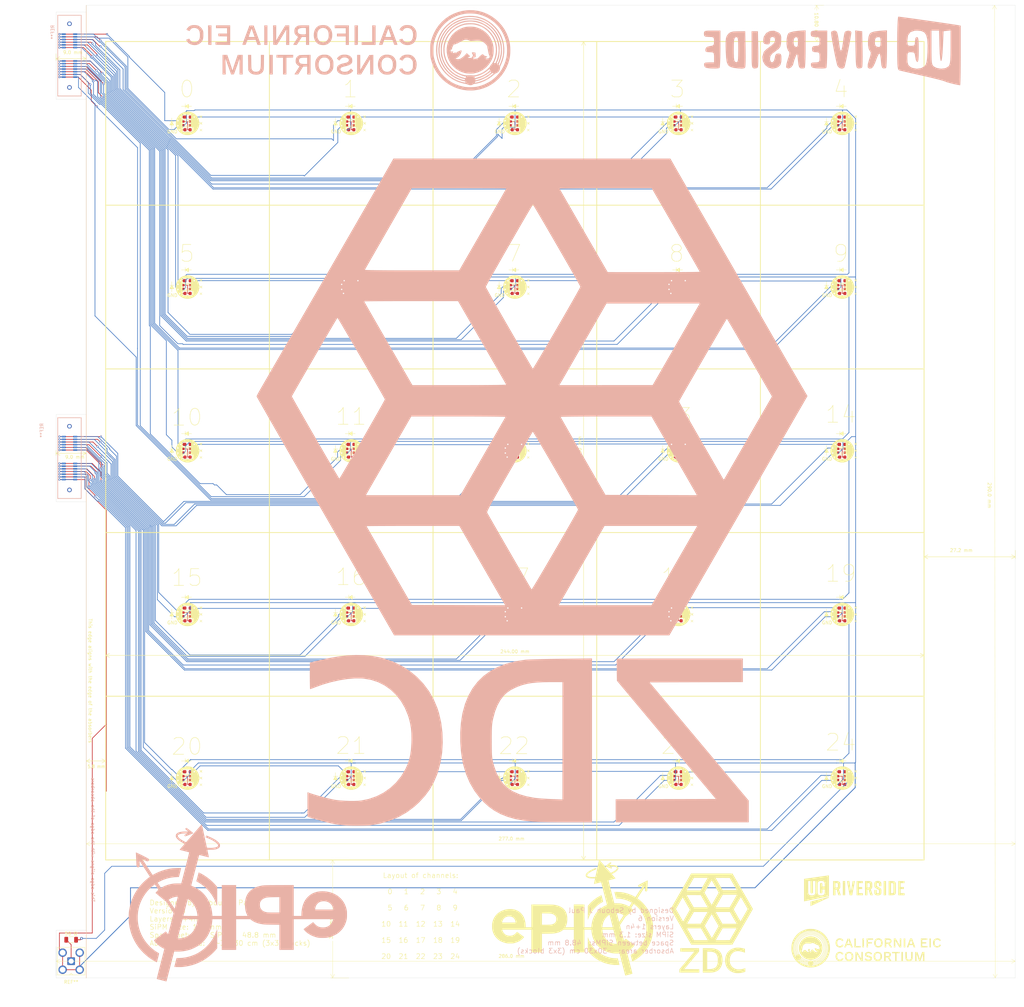
<source format=kicad_pcb>
(kicad_pcb (version 20240108) (generator "pcbnew") (generator_version "8.0")
  (layers (0 "F.Cu" signal) (1 "In1.Cu" signal) (2 "In2.Cu" signal) (31 "B.Cu" signal) (34 "B.Paste" user) (35 "F.Paste" user) (36 "B.SilkS" user "B.Silkscreen") (37 "F.SilkS" user "F.Silkscreen") (38 "B.Mask" user) (39 "F.Mask" user) (44 "Edge.Cuts" user))
  (net 0 "")
  (net 1 "GND")
  (net 2 "K0")
  (net 3 "A0")
  (net 4 "K1")
  (net 5 "A1")
  (net 6 "K2")
  (net 7 "A2")
  (net 8 "K3")
  (net 9 "A3")
  (net 10 "K4")
  (net 11 "A4")
  (net 12 "K5")
  (net 13 "A5")
  (net 14 "K6")
  (net 15 "A6")
  (net 16 "K7")
  (net 17 "A7")
  (net 18 "K8")
  (net 19 "A8")
  (net 20 "K9")
  (net 21 "A9")
  (net 22 "A10")
  (net 23 "K10")
  (net 24 "A11")
  (net 25 "K11")
  (net 26 "A12")
  (net 27 "K12")
  (net 28 "K14")
  (net 29 "A14")
  (net 30 "K13")
  (net 31 "A13")
  (net 32 "K15")
  (net 33 "A15")
  (net 34 "K16")
  (net 35 "A16")
  (net 36 "K17")
  (net 37 "A17")
  (net 38 "K18")
  (net 39 "A18")
  (net 40 "K19")
  (net 41 "A19")
  (net 42 "K20")
  (net 43 "A20")
  (net 44 "K21")
  (net 45 "A21")
  (net 46 "K22")
  (net 47 "A22")
  (net 48 "K23")
  (net 49 "A23")
  (net 50 "K24")
  (net 51 "A24")
  (net 52 "LED_input")
  (net 53 "LED_input_after_resistor")
  (footprint "SiPM:S14160-1315PS_dimple_silkscreen_with_LED_and_capacitor" (layer "F.Cu") (at 300.4 167.8)
    (property "Reference" "REF**34" (hide yes))
    (property "Value" "S14160-3015PS")
  )
  (footprint "Symbol:ZDC_logo_30x30mm" (layer "F.Cu") (at 261.068409 308.781019)
    (property "Reference" "G***" (hide yes))
    (property "Value" "LOGO" (hide yes))
  )
  (footprint "SiPM:S14160-1315PS_dimple_silkscreen_with_LED_and_capacitor" (layer "F.Cu") (at 105.2 265.4)
    (property "Reference" "REF**40" (hide yes))
    (property "Value" "S14160-3015PS")
  )
  (footprint "SiPM:S14160-1315PS_dimple_silkscreen_with_LED_and_capacitor" (layer "F.Cu") (at 105.2 167.8)
    (property "Reference" "REF**30" (hide yes))
    (property "Value" "S14160-3015PS")
  )
  (footprint "SiPM:S14160-1315PS_dimple_silkscreen_with_LED_and_capacitor" (layer "F.Cu") (at 300.4 70.2)
    (property "Reference" "REF**24" (hide yes))
    (property "Value" "S14160-3015PS")
  )
  (footprint "SiPM:S14160-1315PS_dimple_silkscreen_with_LED_and_capacitor" (layer "F.Cu") (at 251.6 265.4)
    (property "Reference" "REF**43" (hide yes))
    (property "Value" "S14160-3015PS")
  )
  (footprint "Symbol:ePIC_logo_5.0cm" (layer "F.Cu") (at 220 307)
    (property "Reference" "G***" (hide yes))
    (property "Value" "LOGO" (hide yes))
  )
  (footprint "SiPM:S14160-1315PS_dimple_silkscreen_with_LED_and_capacitor" (layer "F.Cu") (at 251.6 216.6)
    (property "Reference" "REF**38" (hide yes))
    (property "Value" "S14160-3015PS")
  )
  (footprint "SiPM:S14160-1315PS_dimple_silkscreen_with_LED_and_capacitor" (layer "F.Cu") (at 202.8 70.2)
    (property "Reference" "REF**22" (hide yes))
    (property "Value" "S14160-3015PS")
  )
  (footprint "SiPM:S14160-1315PS_dimple_silkscreen_with_LED_and_capacitor" (layer "F.Cu") (at 251.6 119)
    (property "Reference" "REF**28" (hide yes))
    (property "Value" "S14160-3015PS")
  )
  (footprint "SiPM:S14160-1315PS_dimple_silkscreen_with_LED_and_capacitor" (layer "F.Cu") (at 251.6 70.2)
    (property "Reference" "REF**23" (hide yes))
    (property "Value" "S14160-3015PS")
  )
  (footprint "SiPM:S14160-1315PS_dimple_silkscreen_with_LED_and_capacitor" (layer "F.Cu") (at 202.8 167.8)
    (property "Reference" "REF**32" (hide yes))
    (property "Value" "S14160-3015PS")
  )
  (footprint "SiPM:S14160-1315PS_dimple_silkscreen_with_LED_and_capacitor" (layer "F.Cu") (at 300.4 265.4)
    (property "Reference" "REF**44" (hide yes))
    (property "Value" "S14160-3015PS")
  )
  (footprint "SiPM:S14160-1315PS_dimple_silkscreen_with_LED_and_capacitor" (layer "F.Cu") (at 154 119)
    (property "Reference" "REF**26" (hide yes))
    (property "Value" "S14160-3015PS")
  )
  (footprint "SiPM:S14160-1315PS_dimple_silkscreen_with_LED_and_capacitor" (layer "F.Cu") (at 154 216.6)
    (property "Reference" "REF**36" (hide yes))
    (property "Value" "S14160-3015PS")
  )
  (footprint "SiPM:S14160-1315PS_dimple_silkscreen_with_LED_and_capacitor" (layer "F.Cu") (at 105.2 70.2)
    (property "Reference" "REF**20" (hide yes))
    (property "Value" "S14160-3015PS")
  )
  (footprint "Symbol:consortium_logo_5cm" (layer "F.Cu") (at 307 316)
    (property "Reference" "G***" (hide yes))
    (property "Value" "LOGO" (hide yes))
  )
  (footprint "SiPM:S14160-1315PS_dimple_silkscreen_with_LED_and_capacitor" (layer "F.Cu") (at 105.2 119)
    (property "Reference" "REF**25" (hide yes))
    (property "Value" "S14160-3015PS")
  )
  (footprint "SiPM:S14160-1315PS_dimple_silkscreen_with_LED_and_capacitor" (layer "F.Cu") (at 202.8 216.6)
    (property "Reference" "REF**37" (hide yes))
    (property "Value" "S14160-3015PS")
  )
  (footprint "SiPM:S14160-1315PS_dimple_silkscreen_with_LED_and_capacitor" (layer "F.Cu") (at 154 167.8)
    (property "Reference" "REF**31" (hide yes))
    (property "Value" "S14160-3015PS")
  )
  (footprint "SiPM:S14160-1315PS_dimple_silkscreen_with_LED_and_capacitor" (layer "F.Cu") (at 202.8 119)
    (property "Reference" "REF**27" (hide yes))
    (property "Value" "S14160-3015PS")
  )
  (footprint "SiPM:S14160-1315PS_dimple_silkscreen_with_LED_and_capacitor" (layer "F.Cu") (at 154 265.4)
    (property "Reference" "REF**41" (hide yes))
    (property "Value" "S14160-3015PS")
  )
  (footprint "SiPM:S14160-1315PS_dimple_silkscreen_with_LED_and_capacitor" (layer "F.Cu") (at 300.4 119)
    (property "Reference" "REF**29" (hide yes))
    (property "Value" "S14160-3015PS")
  )
  (footprint "Symbol:UCR_Logo_3cm" (layer "F.Cu") (at 304 299)
    (property "Reference" "G***" (hide yes))
    (property "Value" "LOGO" (hide yes))
  )
  (footprint "Connector_Coaxial:SMA_Amphenol_901-143_Horizontal" (layer "F.Cu") (at 70.5 320 90)
    (property "Reference" "REF**")
    (property "Value" "SMA_Amphenol_901-143_Horizontal")
    (fp_line (start 4.3 -4.5) (end -4.3 -4.5) (stroke (width 0.1)) (layer "Edge.Cuts"))
  )
  (footprint "Resistor_SMD:R_1206_3216Metric" (layer "F.Cu") (at 70.5 313.6)
    (property "Reference" "50 Ω")
    (property "Value" "R_1206_3216Metric")
  )
  (footprint "SiPM:S14160-1315PS_dimple_silkscreen_with_LED_and_capacitor" (layer "F.Cu") (at 154 70.2)
    (property "Reference" "REF**21" (hide yes))
    (property "Value" "S14160-3015PS")
  )
  (footprint "SiPM:S14160-1315PS_dimple_silkscreen_with_LED_and_capacitor" (layer "F.Cu") (at 202.8 265.4)
    (property "Reference" "REF**42" (hide yes))
    (property "Value" "S14160-3015PS")
  )
  (footprint "SiPM:S14160-1315PS_dimple_silkscreen_with_LED_and_capacitor" (layer "F.Cu") (at 105.2 216.6)
    (property "Reference" "REF**35" (hide yes))
    (property "Value" "S14160-3015PS")
  )
  (footprint "SiPM:S14160-1315PS_dimple_silkscreen_with_LED_and_capacitor" (layer "F.Cu") (at 300.4 216.6)
    (property "Reference" "REF**39" (hide yes))
    (property "Value" "S14160-3015PS")
  )
  (footprint "SiPM:S14160-1315PS_dimple_silkscreen_with_LED_and_capacitor" (layer "F.Cu") (at 251.6 167.8)
    (property "Reference" "REF**33" (hide yes))
    (property "Value" "S14160-3015PS")
  )
  (footprint "Symbol:UCR_logo_10cm" (layer "B.Cu") (at 298.2 50.5 180)
    (property "Reference" "G***" (hide yes))
    (property "Value" "LOGO" (hide yes))
  )
  (footprint "Connector_Samtec_HSEC8:SAMTEC_HSEC8-113-01-X-DV-A-L2" (layer "B.Cu") (at 70 50 -90)
    (property "Reference" "REF**")
    (property "Value" "SAMTEC_HSEC8-113-01-X-DV-A-L2")
  )
  (footprint "Connector_Samtec_HSEC8:SAMTEC_HSEC8-113-01-X-DV-A-L2" (layer "B.Cu") (at 70 170 -90)
    (property "Reference" "REF**")
    (property "Value" "SAMTEC_HSEC8-113-01-X-DV-A-L2")
  )
  (footprint "Symbol:Consortium_logo_11cm" (layer "B.Cu") (at 152.8 48 180)
    (property "Reference" "G***" (hide yes))
    (property "Value" "LOGO" (hide yes))
  )
  (footprint "Symbol:ZDC_logo_20x20cm" (layer "B.Cu") (at 210.8 180.7 180)
    (property "Reference" "G***" (hide yes))
    (property "Value" "LOGO" (hide yes))
  )
  (footprint "Symbol:ePIC_logo_6.8cm" (layer "B.Cu") (at 120.2 302.6 180)
    (property "Reference" "G***" (hide yes))
    (property "Value" "LOGO" (hide yes))
  )
  (gr_line (start 75 325) (end 75 35) (stroke (width 0.1)) (layer "B.SilkS"))
  (gr_line (start 80.8 192.2) (end 324.8 192.2) (stroke (width 0.25)) (layer "F.SilkS"))
  (gr_line (start 324.8 45.8) (end 324.8 289.8) (stroke (width 0.25)) (layer "F.SilkS"))
  (gr_line (start 227.2 45.8) (end 227.2 289.8) (stroke (width 0.25)) (layer "F.SilkS"))
  (gr_line (start 75 35) (end 75 325) (stroke (width 0.15)) (layer "F.SilkS"))
  (gr_line (start 276 45.8) (end 276 289.8) (stroke (width 0.25)) (layer "F.SilkS"))
  (gr_line (start 80.8 143.4) (end 324.8 143.4) (stroke (width 0.25)) (layer "F.SilkS"))
  (gr_line (start 80.8 45.8) (end 80.8 289.8) (stroke (width 0.25)) (layer "F.SilkS"))
  (gr_line (start 80.8 94.6) (end 324.8 94.6) (stroke (width 0.25)) (layer "F.SilkS"))
  (gr_line (start 178.4 45.8) (end 178.4 289.8) (stroke (width 0.25)) (layer "F.SilkS"))
  (gr_line (start 80.8 45.8) (end 324.8 45.8) (stroke (width 0.25)) (layer "F.SilkS"))
  (gr_line (start 80.8 241) (end 324.8 241) (stroke (width 0.25)) (layer "F.SilkS"))
  (gr_line (start 129.6 45.8) (end 129.6 289.8) (stroke (width 0.25)) (layer "F.SilkS"))
  (gr_line (start 80.8 289.8) (end 324.8 289.8) (stroke (width 0.25)) (layer "F.SilkS"))
  (gr_line (start 75 240) (end 75 183) (stroke (width 0.05)) (layer "Edge.Cuts"))
  (gr_line (start 75 310.8) (end 75 240) (stroke (width 0.05)) (layer "Edge.Cuts"))
  (gr_line (start 66 324.3) (end 66 325) (stroke (width 0.05)) (layer "Edge.Cuts"))
  (gr_line (start 75 35) (end 352 35) (stroke (width 0.05)) (layer "Edge.Cuts"))
  (gr_line (start 66 183) (end 66 157) (stroke (width 0.05)) (layer "Edge.Cuts"))
  (gr_line (start 75 63) (end 75 157) (stroke (width 0.05)) (layer "Edge.Cuts"))
  (gr_line (start 75 183) (end 66 183) (stroke (width 0.05)) (layer "Edge.Cuts"))
  (gr_line (start 66 310.8) (end 75 310.8) (stroke (width 0.05)) (layer "Edge.Cuts"))
  (gr_line (start 352 35) (end 352 325) (stroke (width 0.05)) (layer "Edge.Cuts"))
  (gr_line (start 75 37) (end 66 37) (stroke (width 0.05)) (layer "Edge.Cuts"))
  (gr_line (start 75 157) (end 66 157) (stroke (width 0.05)) (layer "Edge.Cuts"))
  (gr_line (start 352 325) (end 66 325) (stroke (width 0.05)) (layer "Edge.Cuts"))
  (gr_line (start 66 315.7) (end 66 310.8) (stroke (width 0.05)) (layer "Edge.Cuts"))
  (gr_line (start 66 63) (end 75 63) (stroke (width 0.05)) (layer "Edge.Cuts"))
  (gr_line (start 66 37) (end 66 63) (stroke (width 0.05)) (layer "Edge.Cuts"))
  (gr_line (start 75 35) (end 75 37) (stroke (width 0.05)) (layer "Edge.Cuts"))
  (gr_text "Designed by Sebouh J Paul\nVersion 6 \nLayers 1+4n\nSiPM size: 1.3 mm\nSpace between SiPMs:  48.8 mm\nAbsorber area:  ~30x30 cm (3x3 blocks)" (at 250.3 310.9 0) (layer "B.SilkS") (effects (font (size 1.5 1.5)) (justify left mirror)))
  (gr_text "This edge aligns with the edge of the absorbers" (at 77 283.8 270) (layer "B.SilkS") (effects (font (size 1 1)) (justify mirror)))
  (gr_text "3" (at 251.25 60 0) (layer "F.SilkS") (effects (font (size 5 5))))
  (gr_text "17" (at 202.55 205.45 0) (layer "F.SilkS") (effects (font (size 5 5))))
  (gr_text "14" (at 300 157 0) (layer "F.SilkS") (effects (font (size 5 5))))
  (gr_text "19" (at 300 204.4 0) (layer "F.SilkS") (effects (font (size 5 5))))
  (gr_text "4" (at 300 60 0) (layer "F.SilkS") (effects (font (size 5 5))))
  (gr_text "10" (at 105 157.85 0) (layer "F.SilkS") (effects (font (size 5 5))))
  (gr_text "24" (at 300 254.75 0) (layer "F.SilkS") (effects (font (size 5 5))))
  (gr_text "Layout of channels:\n\n 0   1   2   3   4\n\n 5   6   7   8   9\n\n10  11  12  13  14\n\n15  16  17  18  19\n\n20  21  22  23  24" (at 174.7 306.5 0) (layer "F.SilkS") (effects (font (size 1.5 1.5))))
  (gr_text "1" (at 153.75 60 0) (layer "F.SilkS") (effects (font (size 5 5))))
  (gr_text "12" (at 202.55 157.65 0) (layer "F.SilkS") (effects (font (size 5 5))))
  (gr_text "5" (at 105 109 0) (layer "F.SilkS") (effects (font (size 5 5))))
  (gr_text "Designed by Sebouh J Paul\nVersion 6 \nLayers 1+4n\nSiPM size: 1.3 mm\nSpace between SiPMs:  48.8 mm\nAbsorber area:   ~30x30 cm (3x3 blocks)\n\n" (at 93.8 309.8 0) (layer "F.SilkS") (effects (font (size 1.5 1.5)) (justify left)))
  (gr_text "23" (at 251 255.75 0) (layer "F.SilkS") (effects (font (size 5 5))))
  (gr_text "18" (at 251 205.4 0) (layer "F.SilkS") (effects (font (size 5 5))))
  (gr_text "11" (at 154 157.6 0) (layer "F.SilkS") (effects (font (size 5 5))))
  (gr_text "This edge aligns with the edge of the absorbers\n" (at 76.2 236.4 270) (layer "F.SilkS") (effects (font (size 1 1))))
  (gr_text "6" (at 154 109 0) (layer "F.SilkS") (effects (font (size 5 5))))
  (gr_text "8" (at 251 109 0) (layer "F.SilkS") (effects (font (size 5 5))))
  (gr_text "9" (at 300 109 0) (layer "F.SilkS") (effects (font (size 5 5))))
  (gr_text "7" (at 202.55 109 0) (layer "F.SilkS") (effects (font (size 5 5))))
  (gr_text "2" (at 202.5 60 0) (layer "F.SilkS") (effects (font (size 5 5))))
  (gr_text "13" (at 251 157.6 0) (layer "F.SilkS") (effects (font (size 5 5))))
  (gr_text "20" (at 105 256 0) (layer "F.SilkS") (effects (font (size 5 5))))
  (gr_text "21" (at 154 255.75 0) (layer "F.SilkS") (effects (font (size 5 5))))
  (gr_text "16" (at 154 205.4 0) (layer "F.SilkS") (effects (font (size 5 5))))
  (gr_text "0" (at 105 60 0) (layer "F.SilkS") (effects (font (size 5 5))))
  (gr_text "15" (at 105 205.65 0) (layer "F.SilkS") (effects (font (size 5 5))))
  (gr_text "22" (at 202.55 255.8 0) (layer "F.SilkS") (effects (font (size 5 5))))
  (dimension (type aligned) (layer "F.SilkS") (pts (xy 346 325) (xy 345.8 35)) (height 0) (gr_text "290.0 mm" (at 344.3 181.1 -89.96048568) (layer "F.SilkS") (effects (font (size 1 1) (thickness 0.15)))) (format (prefix "") (suffix "") (units 3) (units_format 1) (precision 1)) (style (thickness 0.1) (arrow_length 1.27) (text_position_mode 2) (extension_height 0.58642) (extension_offset 0.5) keep_text_aligned))
  (dimension (type aligned) (layer "F.SilkS") (pts (xy 324.8 197) (xy 352 197)) (height 2.44133) (gr_text "27.2 mm" (at 335.9 197.5 0) (layer "F.SilkS") (effects (font (size 1 1) (thickness 0.15)))) (format (prefix "") (suffix "") (units 3) (units_format 1) (precision 1)) (style (thickness 0.15) (arrow_length 1.27) (text_position_mode 2) (extension_height 0.58642) (extension_offset 0.5) keep_text_aligned))
  (dimension (type aligned) (layer "F.SilkS") (pts (xy 75 285.01) (xy 352 285.01)) (height -0.01) (gr_text "277.0 mm" (at 201.8 283.5 0) (layer "F.SilkS") (effects (font (size 1 1) (thickness 0.15)))) (format (prefix "") (suffix "") (units 3) (units_format 1) (precision 1)) (style (thickness 0.1) (arrow_length 1.27) (text_position_mode 2) (extension_height 0.58642) (extension_offset 0.5) keep_text_aligned))
  (dimension (type aligned) (layer "F.SilkS") (pts (xy 153.8 289.8) (xy 153.8 325)) (height 5.342349) (gr_text "35.2 mm" (at 148 310 90) (layer "F.SilkS") (effects (font (size 1 1) (thickness 0.15)))) (format (prefix "") (suffix "") (units 3) (units_format 1) (precision 1)) (style (thickness 0.1) (arrow_length 1.27) (text_position_mode 2) (extension_height 0.58642) (extension_offset 0.5) keep_text_aligned))
  (dimension (type aligned) (layer "F.SilkS") (pts (xy 66 167.2) (xy 75 167.2)) (height 1.380234) (gr_text "9.0 mm" (at 71.602829 169.687061 0) (layer "F.SilkS") (effects (font (size 1 1) (thickness 0.15)))) (format (prefix "") (suffix "") (units 3) (units_format 1) (precision 1)) (style (thickness 0.15) (arrow_length 1.27) (text_position_mode 2) (extension_height 0.58642) (extension_offset 0.5) keep_text_aligned))
  (dimension (type aligned) (layer "F.SilkS") (pts (xy 295.424329 45.8) (xy 295.4 35)) (height -2.624329) (gr_text "10.80 mm" (at 292.7 41 -89.87092556) (layer "F.SilkS") (effects (font (size 1 1) (thickness 0.15)))) (format (prefix "") (suffix "") (units 3) (units_format 1) (precision 2)) (style (thickness 0.1) (arrow_length 1.27) (text_position_mode 2) (extension_height 0.58642) (extension_offset 0.5) keep_text_aligned))
  (dimension (type aligned) (layer "F.SilkS") (pts (xy 66 320.01) (xy 352 320.01)) (height -0.01) (gr_text "286.0 mm" (at 201.8 318.5 0) (layer "F.SilkS") (effects (font (size 1 1) (thickness 0.15)))) (format (prefix "") (suffix "") (units 3) (units_format 1) (precision 1)) (style (thickness 0.1) (arrow_length 1.27) (text_position_mode 2) (extension_height 0.58642) (extension_offset 0.5) keep_text_aligned))
  (dimension (type aligned) (layer "F.SilkS") (pts (xy 324.8 289.8) (xy 324.8 45.8)) (height -101.52) (gr_text "244.00 mm" (at 222.13 167.8 90) (layer "F.SilkS") (effects (font (size 1 1) (thickness 0.15)))) (format (prefix "") (suffix "") (units 3) (units_format 1) (precision 2)) (style (thickness 0.15) (arrow_length 1.27) (text_position_mode 0) (extension_height 0.58642) (extension_offset 0.5) keep_text_aligned))
  (dimension (type aligned) (layer "F.SilkS") (pts (xy 75 254.54152) (xy 80.8 254.54152)) (height 5.75848) (gr_text "5.8 mm" (at 78 261.94152 0) (layer "F.SilkS") (effects (font (size 1 0.9) (thickness 0.15)))) (format (prefix "") (suffix "") (units 3) (units_format 1) (precision 1)) (style (thickness 0.15) (arrow_length 1.27) (text_position_mode 2) (extension_height 0.58642) (extension_offset 0.5) keep_text_aligned))
  (dimension (type aligned) (layer "F.SilkS") (pts (xy 80.8 289.8) (xy 324.8 289.8)) (height -60.97) (gr_text "244.00 mm" (at 202.8 227.68 0) (layer "F.SilkS") (effects (font (size 1 1) (thickness 0.15)))) (format (prefix "") (suffix "") (units 3) (units_format 1) (precision 2)) (style (thickness 0.15) (arrow_length 1.27) (text_position_mode 0) (extension_height 0.58642) (extension_offset 0.5) keep_text_aligned))
  (dimension (type aligned) (layer "F.SilkS") (pts (xy 66 48.962827) (xy 75 48.962827)) (height 1.937173) (gr_text "9.0 mm" (at 71 49.047059 0) (layer "F.SilkS") (effects (font (size 1 1) (thickness 0.15)))) (format (prefix "") (suffix "") (units 3) (units_format 1) (precision 1)) (style (thickness 0.15) (arrow_length 1.27) (text_position_mode 2) (extension_height 0.58642) (extension_offset 0.5) keep_text_aligned))
  (segment (start 104.7 164.3) (end 103.1 165.9) (width 0.2) (layer "B.Cu") (net 0))
  (segment (start 151.9 117.1) (end 107.2 117.1) (width 0.2) (layer "B.Cu") (net 0))
  (segment (start 156 263.5) (end 200.7 263.5) (width 0.2) (layer "B.Cu") (net 0))
  (segment (start 107.2 214.7) (end 107.3 214.8) (width 0.2) (layer "B.Cu") (net 0))
  (segment (start 204.9 263.4) (end 249.4 263.4) (width 0.2) (layer "B.Cu") (net 0))
  (segment (start 151.9 165.9) (end 107.2 165.9) (width 0.2) (layer "B.Cu") (net 0))
  (segment (start 253.6 68.3) (end 298.3 68.3) (width 0.2) (layer "B.Cu") (net 0))
  (segment (start 253.7 214.6) (end 298.2 214.6) (width 0.2) (layer "B.Cu") (net 0))
  (segment (start 156 68.3) (end 200.7 68.3) (width 0.2) (layer "B.Cu") (net 0))
  (segment (start 156.1 214.8) (end 200.6 214.8) (width 0.2) (layer "B.Cu") (net 0))
  (segment (start 253.6 165.9) (end 298.3 165.9) (width 0.2) (layer "B.Cu") (net 0))
  (segment (start 253.7 263.6) (end 298.2 263.6) (width 0.2) (layer "B.Cu") (net 0))
  (segment (start 204.8 68.3) (end 249.5 68.3) (width 0.2) (layer "B.Cu") (net 0))
  (segment (start 204.8 263.5) (end 204.9 263.4) (width 0.2) (layer "B.Cu") (net 0))
  (segment (start 249.4 263.4) (end 249.5 263.5) (width 0.2) (layer "B.Cu") (net 0))
  (segment (start 103.1 262.9) (end 106.1 259.9) (width 0.2) (layer "B.Cu") (net 0))
  (segment (start 253.6 117.1) (end 253.7 117.2) (width 0.2) (layer "B.Cu") (net 0))
  (segment (start 300.5 164.3) (end 104.7 164.3) (width 0.2) (layer "B.Cu") (net 0))
  (segment (start 156 117.1) (end 200.7 117.1) (width 0.2) (layer "B.Cu") (net 0))
  (segment (start 302.4 117.1) (end 302.4 162.4) (width 0.2) (layer "B.Cu") (net 0))
  (segment (start 105 115.2) (end 103.1 117.1) (width 0.2) (layer "B.Cu") (net 0))
  (segment (start 200.6 214.8) (end 200.7 214.7) (width 0.2) (layer "B.Cu") (net 0))
  (segment (start 150.15 261.75) (end 151.9 263.5) (width 0.2) (layer "B.Cu") (net 0))
  (segment (start 302.4 114.8) (end 302 115.2) (width 0.2) (layer "B.Cu") (net 0))
  (segment (start 249.4 214.8) (end 249.5 214.7) (width 0.2) (layer "B.Cu") (net 0))
  (segment (start 302.4 68.3) (end 302.4 114.8) (width 0.2) (layer "B.Cu") (net 0))
  (segment (start 249.5 117.1) (end 204.8 117.1) (width 0.2) (layer "B.Cu") (net 0))
  (segment (start 204.9 214.8) (end 249.4 214.8) (width 0.2) (layer "B.Cu") (net 0))
  (segment (start 302 115.2) (end 105 115.2) (width 0.2) (layer "B.Cu") (net 0))
  (segment (start 151.8 214.8) (end 151.9 214.7) (width 0.2) (layer "B.Cu") (net 0))
  (segment (start 302.4 210.2) (end 300.5 212.1) (width 0.2) (layer "B.Cu") (net 0))
  (segment (start 108.95 261.75) (end 150.15 261.75) (width 0.2) (layer "B.Cu") (net 0))
  (segment (start 204.9 165.8) (end 249.4 165.8) (width 0.2) (layer "B.Cu") (net 0))
  (segment (start 249.4 165.8) (end 249.5 165.9) (width 0.2) (layer "B.Cu") (net 0))
  (segment (start 302.4 258) (end 300.5 259.9) (width 0.2) (layer "B.Cu") (net 0))
  (segment (start 106.1 259.9) (end 105.35 260.65) (width 0.2) (layer "B.Cu") (net 0))
  (segment (start 298.2 214.6) (end 298.3 214.7) (width 0.2) (layer "B.Cu") (net 0))
  (segment (start 107.3 214.8) (end 151.8 214.8) (width 0.2) (layer "B.Cu") (net 0))
  (segment (start 105.7 212.1) (end 103.1 214.7) (width 0.2) (layer "B.Cu") (net 0))
  (segment (start 298.2 263.6) (end 298.3 263.5) (width 0.2) (layer "B.Cu") (net 0))
  (segment (start 298.2 117.2) (end 298.3 117.1) (width 0.2) (layer "B.Cu") (net 0))
  (segment (start 253.7 117.2) (end 298.2 117.2) (width 0.2) (layer "B.Cu") (net 0))
  (segment (start 302.4 162.4) (end 300.5 164.3) (width 0.2) (layer "B.Cu") (net 0))
  (segment (start 103.1 263.5) (end 103.1 262.9) (width 0.2) (layer "B.Cu") (net 0))
  (segment (start 156 214.7) (end 156.1 214.8) (width 0.2) (layer "B.Cu") (net 0))
  (segment (start 302.4 214.7) (end 302.4 258) (width 0.2) (layer "B.Cu") (net 0))
  (segment (start 302.4 165.9) (end 302.4 210.2) (width 0.2) (layer "B.Cu") (net 0))
  (segment (start 107.2 263.5) (end 108.95 261.75) (width 0.2) (layer "B.Cu") (net 0))
  (segment (start 300.5 212.1) (end 105.7 212.1) (width 0.2) (layer "B.Cu") (net 0))
  (segment (start 253.6 214.7) (end 253.7 214.6) (width 0.2) (layer "B.Cu") (net 0))
  (segment (start 156 165.9) (end 156.1 166) (width 0.2) (layer "B.Cu") (net 0))
  (segment (start 200.6 166) (end 200.7 165.9) (width 0.2) (layer "B.Cu") (net 0))
  (segment (start 107.2 68.3) (end 151.9 68.3) (width 0.2) (layer "B.Cu") (net 0))
  (segment (start 156.1 166) (end 200.6 166) (width 0.2) (layer "B.Cu") (net 0))
  (segment (start 204.8 165.9) (end 204.9 165.8) (width 0.2) (layer "B.Cu") (net 0))
  (segment (start 204.8 214.7) (end 204.9 214.8) (width 0.2) (layer "B.Cu") (net 0))
  (segment (start 300.5 259.9) (end 106.1 259.9) (width 0.2) (layer "B.Cu") (net 0))
  (segment (start 73.04 322.54) (end 73.04 317.46) (width 0.2) (layer "F.Cu") (net 1))
  (segment (start 67.96 322.54) (end 67.96 317.46) (width 0.2) (layer "F.Cu") (net 1))
  (segment (start 67 311.6) (end 76.8 311.6) (width 0.2) (layer "F.Cu") (net 1))
  (segment (start 72.6 322) (end 72.175 322.425) (width 0.25) (layer "F.Cu") (net 1))
  (segment (start 67.96 317.46) (end 67 316.5) (width 0.2) (layer "F.Cu") (net 1))
  (segment (start 81 185.539208) (end 74.6 179.139208) (width 0.2) (layer "F.Cu") (net 1))
  (segment (start 76.8 253.55) (end 81 249.35) (width 0.2) (layer "F.Cu") (net 1))
  (segment (start 81 269.35) (end 81 185.539208) (width 0.2) (layer "F.Cu") (net 1))
  (segment (start 74.6 179.139208) (end 74.6 176.4) (width 0.2) (layer "F.Cu") (net 1))
  (segment (start 74.6 176.4) (end 67 176.4) (width 0.2) (layer "F.Cu") (net 1))
  (segment (start 76.8 311.6) (end 76.8 253.55) (width 0.2) (layer "F.Cu") (net 1))
  (segment (start 67 316.5) (end 67 311.6) (width 0.2) (layer "F.Cu") (net 1))
  (segment (start 67.96 322.54) (end 73.04 322.54) (width 0.2) (layer "F.Cu") (net 1))
  (via (at 67 176.4) (size 0.6) (drill 0.3) (layers "F.Cu" "B.Cu") (net 1))
  (segment (start 105.8 263.5) (end 108.4 260.9) (width 0.2) (layer "B.Cu") (net 1))
  (segment (start 201.1 267.3) (end 202.9 265.5) (width 0.2) (layer "B.Cu") (net 1))
  (segment (start 300.2 116) (end 250.7 116) (width 0.2) (layer "B.Cu") (net 1))
  (segment (start 249.3 169.7) (end 250.7 168.3) (width 0.2) (layer "B.Cu") (net 1))
  (segment (start 300.6 167.2) (end 300.6 165) (width 0.2) (layer "B.Cu") (net 1))
  (segment (start 250.7 265.9) (end 250.7 265.5) (width 0.2) (layer "B.Cu") (net 1))
  (segment (start 104.6 118.8) (end 104.6 119) (width 0.2) (layer "B.Cu") (net 1))
  (segment (start 304.4 116) (end 304.4 117.6) (width 0.2) (layer "B.Cu") (net 1))
  (segment (start 250.9 213.1) (end 202.9 213.1) (width 0.2) (layer "B.Cu") (net 1))
  (segment (start 153 266) (end 154 265) (width 0.2) (layer "B.Cu") (net 1))
  (segment (start 152.45 217.75) (end 151.7 218.5) (width 0.2) (layer "B.Cu") (net 1))
  (segment (start 88.2 306.4) (end 88.2 298.1) (width 0.25) (layer "B.Cu") (net 1))
  (segment (start 203 118.4) (end 200.5 120.9) (width 0.2) (layer "B.Cu") (net 1))
  (segment (start 153.6 119) (end 153.6 116.4) (width 0.2) (layer "B.Cu") (net 1))
  (segment (start 203 116) (end 203 118.4) (width 0.2) (layer "B.Cu") (net 1))
  (segment (start 252.2 66.2) (end 300.5 66.2) (width 0.2) (layer "B.Cu") (net 1))
  (segment (start 304.4 163.6) (end 303.2 163.6) (width 0.2) (layer "B.Cu") (net 1))
  (segment (start 153 266) (end 151.7 267.3) (width 0.2) (layer "B.Cu") (net 1))
  (segment (start 250.7 213.1) (end 300.4 213.1) (width 0.2) (layer "B.Cu") (net 1))
  (segment (start 202.85 71.4) (end 201.2 71.4) (width 0.2) (layer "B.Cu") (net 1))
  (segment (start 68.3 176.4) (end 67 176.4) (width 0.2) (layer "B.Cu") (net 1))
  (segment (start 153.1 72.1) (end 153.8 71.4) (width 0.2) (layer "B.Cu") (net 1))
  (segment (start 300.5 69.7) (end 300.5 66.2) (width 0.2) (layer "B.Cu") (net 1))
  (segment (start 200.5 267.3) (end 201.1 267.3) (width 0.2) (layer "B.Cu") (net 1))
  (segment (start 151.7 120.9) (end 153.6 119) (width 0.2) (layer "B.Cu") (net 1))
  (segment (start 250.4 165) (end 202.4 165) (width 0.2) (layer "B.Cu") (net 1))
  (segment (start 300.2 116) (end 300 116.2) (width 0.2) (layer "B.Cu") (net 1))
  (segment (start 104.6 117) (end 104.6 118.2) (width 0.2) (layer "B.Cu") (net 1))
  (segment (start 250.7 168.3) (end 250.7 165.3) (width 0.2) (layer "B.Cu") (net 1))
  (segment (start 304.4 163.6) (end 304.4 260.68995) (width 0.2) (layer "B.Cu") (net 1))
  (segment (start 104.9 66.5) (end 104.9 70.1) (width 0.2) (layer "B.Cu") (net 1))
  (segment (start 68 176.4) (end 71.7 176.4) (width 0.2) (layer "B.Cu") (net 1))
  (segment (start 202.9 260.9) (end 202.9 265.5) (width 0.2) (layer "B.Cu") (net 1))
  (segment (start 298.1 267.3) (end 299.1 267.3) (width 0.2) (layer "B.Cu") (net 1))
  (segment (start 153.6 116.4) (end 105.2 116.4) (width 0.2) (layer "B.Cu") (net 1))
  (segment (start 104.9 66.5) (end 103.1 68.3) (width 0.2) (layer "B.Cu") (net 1))
  (segment (start 153.8 66.2) (end 203 66.2) (width 0.2) (layer "B.Cu") (net 1))
  (segment (start 249.3 120.8) (end 250.7 119.4) (width 0.2) (layer "B.Cu") (net 1))
  (segment (start 102.9 120.9) (end 104.6 119.2) (width 0.2) (layer "B.Cu") (net 1))
  (segment (start 300.8 260.9) (end 298.7 260.9) (width 0.2) (layer "B.Cu") (net 1))
  (segment (start 202.4 167.8) (end 202.4 165) (width 0.2) (layer "B.Cu") (net 1))
  (segment (start 251 165) (end 250.7 165.3) (width 0.2) (layer "B.Cu") (net 1))
  (segment (start 304.275 261) (end 304.175 260.9) (width 0.2) (layer "B.Cu") (net 1))
  (segment (start 250.9 260.9) (end 202.9 260.9) (width 0.2) (layer "B.Cu") (net 1))
  (segment (start 300 116.2) (end 300 119) (width 0.2) (layer "B.Cu") (net 1))
  (segment (start 104.6 119.2) (end 104.6 118.2) (width 0.2) (layer "B.Cu") (net 1))
  (segment (start 203 66.2) (end 252.2 66.2) (width 0.2) (layer "B.Cu") (net 1))
  (segment (start 249.3 218.5) (end 249.9 218.5) (width 0.2) (layer "B.Cu") (net 1))
  (segment (start 104.6 166.4) (end 104.6 168) (width 0.2) (layer "B.Cu") (net 1))
  (segment (start 304.175 260.9) (end 300.8 260.9) (width 0.2) (layer "B.Cu") (net 1))
  (segment (start 298.7 260.9) (end 250.7 260.9) (width 0.2) (layer "B.Cu") (net 1))
  (segment (start 155.3 213.1) (end 106 213.1) (width 0.2) (layer "B.Cu") (net 1))
  (segment (start 105.2 116.4) (end 104.6 117) (width 0.2) (layer "B.Cu") (net 1))
  (segment (start 102.9 267.3) (end 105.8 264.4) (width 0.2) (layer "B.Cu") (net 1))
  (segment (start 154 260.9) (end 203.1 260.9) (width 0.2) (layer "B.Cu") (net 1))
  (segment (start 249.3 120.9) (end 249.3 120.8) (width 0.2) (layer "B.Cu") (net 1))
  (segment (start 107.2 66.4) (end 107.4 66.2) (width 0.2) (layer "B.Cu") (net 1))
  (segment (start 201.2 71.4) (end 200.5 72.1) (width 0.2) (layer "B.Cu") (net 1))
  (segment (start 274.4 298.1) (end 304.275 268.225) (width 0.25) (layer "B.Cu") (net 1))
  (segment (start 300.4 216.2) (end 300.4 213.1) (width 0.2) (layer "B.Cu") (net 1))
  (segment (start 104.6 118.2) (end 104.6 118.8) (width 0.2) (layer "B.Cu") (net 1))
  (segment (start 298.1 169.7) (end 300.6 167.2) (width 0.2) (layer "B.Cu") (net 1))
  (segment (start 153.8 71.4) (end 153.8 66.2) (width 0.2) (layer "B.Cu") (net 1))
  (segment (start 249.9 218.5) (end 250.7 217.7) (width 0.2) (layer "B.Cu") (net 1))
  (segment (start 154 265) (end 154 260.9) (width 0.2) (layer "B.Cu") (net 1))
  (segment (start 155 165) (end 106 165) (width 0.2) (layer "B.Cu") (net 1))
  (segment (start 203.1 213.1) (end 154.4 213.1) (width 0.2) (layer "B.Cu") (net 1))
  (segment (start 154 116) (end 153.6 116.4) (width 0.2) (layer "B.Cu") (net 1))
  (segment (start 250.7 260.9) (end 250.7 265.5) (width 0.2) (layer "B.Cu") (net 1))
  (segment (start 299.1 267.3) (end 300.8 265.6) (width 0.2) (layer "B.Cu") (net 1))
  (segment (start 107.4 66.2) (end 153.8 66.2) (width 0.2) (layer "B.Cu") (net 1))
  (segment (start 301.8 165) (end 251 165) (width 0.2) (layer "B.Cu") (net 1))
  (segment (start 202.9 216.1) (end 200.5 218.5) (width 0.2) (layer "B.Cu") (net 1))
  (segment (start 250.7 165.3) (end 250.4 165) (width 0.2) (layer "B.Cu") (net 1))
  (segment (start 154 165) (end 153.8 165.2) (width 0.2) (layer "B.Cu") (net 1))
  (segment (start 304.4 260.68995) (end 304.275 260.81495) (width 0.2) (layer "B.Cu") (net 1))
  (segment (start 105 66.4) (end 107.2 66.4) (width 0.2) (layer "B.Cu") (net 1))
  (segment (start 104.9 66.5) (end 105 66.4) (width 0.2) (layer "B.Cu") (net 1))
  (segment (start 252.2 69.2) (end 252.2 66.2) (width 0.2) (layer "B.Cu") (net 1))
  (segment (start 304.4 117.6) (end 304.4 163.6) (width 0.2) (layer "B.Cu") (net 1))
  (segment (start 154.4 213.1) (end 154.4 215.8) (width 0.2) (layer "B.Cu") (net 1))
  (segment (start 300.8 265.6) (end 300.8 260.9) (width 0.2) (layer "B.Cu") (net 1))
  (segment (start 202.85 66.35) (end 203 66.2) (width 0.2) (layer "B.Cu") (net 1))
  (segment (start 104.9 70.1) (end 102.9 72.1) (width 0.2) (layer "B.Cu") (net 1))
  (segment (start 249.3 267.3) (end 250.7 265.9) (width 0.2) (layer "B.Cu") (net 1))
  (segment (start 201.3 168.9) (end 202.4 167.8) (width 0.2) (layer "B.Cu") (net 1))
  (segment (start 151.7 72.1) (end 153.1 72.1) (width 0.2) (layer "B.Cu") (net 1))
  (segment (start 300 119) (end 298.1 120.9) (width 0.2) (layer "B.Cu") (net 1))
  (segment (start 154.4 215.8) (end 152.45 217.75) (width 0.2) (layer "B.Cu") (net 1))
  (segment (start 153.8 167.6) (end 151.7 169.7) (width 0.2) (layer "B.Cu") (net 1))
  (segment (start 202.4 165) (end 154 165) (width 0.2) (layer "B.Cu") (net 1))
  (segment (start 304.4 68.8) (end 304.4 116) (width 0.2) (layer "B.Cu") (net 1))
  (segment (start 153.8 165.2) (end 153.8 167.6) (width 0.2) (layer "B.Cu") (net 1))
  (segment (start 104.6 168) (end 102.9 169.7) (width 0.2) (layer "B.Cu") (net 1))
  (segment (start 201.3 168.9) (end 200.5 169.7) (width 0.2) (layer "B.Cu") (net 1))
  (segment (start 106 165) (end 104.6 166.4) (width 0.2) (layer "B.Cu") (net 1))
  (segment (start 249.3 72.1) (end 252.2 69.2) (width 0.2) (layer "B.Cu") (net 1))
  (segment (start 250.7 217.7) (end 250.7 213.1) (width 0.2) (layer "B.Cu") (net 1))
  (segment (start 250.7 116) (end 203 116) (width 0.2) (layer "B.Cu") (net 1))
  (segment (start 304.275 268.225) (end 304.275 260.81495) (width 0.25) (layer "B.Cu") (net 1))
  (segment (start 106 213.1) (end 106 215.4) (width 0.2) (layer "B.Cu") (net 1))
  (segment (start 88.2 298.1) (end 274.4 298.1) (width 0.25) (layer "B.Cu") (net 1))
  (segment (start 304.4 116) (end 300.2 116) (width 0.2) (layer "B.Cu") (net 1))
  (segment (start 301.8 66.2) (end 304.4 68.8) (width 0.2) (layer "B.Cu") (net 1))
  (segment (start 202.9 213.1) (end 202.9 216.1) (width 0.2) (layer "B.Cu") (net 1))
  (segment (start 105.8 264.4) (end 105.8 263.5) (width 0.2) (layer "B.Cu") (net 1))
  (segment (start 203 116) (end 154 116) (width 0.2) (layer "B.Cu") (net 1))
  (segment (start 202.85 71.4) (end 202.85 66.35) (width 0.2) (layer "B.Cu") (net 1))
  (segment (start 250.7 119.4) (end 250.7 116) (width 0.2) (layer "B.Cu") (net 1))
  (segment (start 300.5 66.2) (end 301.8 66.2) (width 0.2) (layer "B.Cu") (net 1))
  (segment (start 298.1 72.1) (end 300.5 69.7) (width 0.2) (layer "B.Cu") (net 1))
  (segment (start 304.4 213.1) (end 300.4 213.1) (width 0.2) (layer "B.Cu") (net 1))
  (segment (start 298.1 218.5) (end 300.4 216.2) (width 0.2) (layer "B.Cu") (net 1))
  (segment (start 108.4 260.9) (end 155.3 260.9) (width 0.2) (layer "B.Cu") (net 1))
  (segment (start 72.6 322) (end 88.2 306.4) (width 0.25) (layer "B.Cu") (net 1))
  (segment (start 303.2 163.6) (end 301.8 165) (width 0.2) (layer "B.Cu") (net 1))
  (segment (start 106 215.4) (end 102.9 218.5) (width 0.2) (layer "B.Cu") (net 1))
  (segment (start 81.2 43.6) (end 67 43.6) (width 0.2) (layer "F.Cu") (net 2))
  (via (at 67 43.6) (size 0.6) (drill 0.3) (layers "F.Cu" "B.Cu") (net 2))
  (via (at 81.2 43.6) (size 0.6) (drill 0.3) (layers "F.Cu" "B.Cu") (net 2))
  (segment (start 87.85 50.25) (end 87.85 50.45) (width 0.2) (layer "B.Cu") (net 2))
  (segment (start 98.4 61) (end 98.4 69.4) (width 0.2) (layer "B.Cu") (net 2))
  (segment (start 67 43.6) (end 68.3 43.6) (width 0.2) (layer "B.Cu") (net 2))
  (segment (start 87.85 50.45) (end 98.4 61) (width 0.2) (layer "B.Cu") (net 2))
  (segment (start 81.2 43.6) (end 87.85 50.25) (width 0.2) (layer "B.Cu") (net 2))
  (segment (start 98.35 69.4) (end 102.35 69.4) (width 0.2) (layer "B.Cu") (net 2))
  (segment (start 77.2 43.6) (end 71.7 43.6) (width 0.2) (layer "B.Cu") (net 3))
  (segment (start 81.8 44.8) (end 78.4 44.8) (width 0.2) (layer "B.Cu") (net 3))
  (segment (start 87.4 59.8) (end 87.4 50.4) (width 0.2) (layer "B.Cu") (net 3))
  (segment (start 101.2 72.05) (end 99.65 72.05) (width 0.2) (layer "B.Cu") (net 3))
  (segment (start 102.35 70.9) (end 101.2 72.05) (width 0.2) (layer "B.Cu") (net 3))
  (segment (start 99.65 72.05) (end 87.4 59.8) (width 0.2) (layer "B.Cu") (net 3))
  (segment (start 78.4 44.8) (end 77.2 43.6) (width 0.2) (layer "B.Cu") (net 3))
  (segment (start 87.4 50.4) (end 81.8 44.8) (width 0.2) (layer "B.Cu") (net 3))
  (segment (start 78.2 44.4) (end 79.2 45.4) (width 0.2) (layer "F.Cu") (net 4))
  (segment (start 67 44.4) (end 78.2 44.4) (width 0.2) (layer "F.Cu") (net 4))
  (via (at 79.2 45.4) (size 0.6) (drill 0.3) (layers "F.Cu" "B.Cu") (net 4))
  (via (at 67 44.4) (size 0.6) (drill 0.3) (layers "F.Cu" "B.Cu") (net 4))
  (segment (start 87 53.2) (end 79.2 45.4) (width 0.2) (layer "B.Cu") (net 4))
  (segment (start 151.15 69.4) (end 150 69.4) (width 0.2) (layer "B.Cu") (net 4))
  (segment (start 101.834314 74.8) (end 87 59.965686) (width 0.2) (layer "B.Cu") (net 4))
  (segment (start 148.725 75.325) (end 148.2 74.8) (width 0.2) (layer "B.Cu") (net 4))
  (segment (start 150 69.4) (end 148.725 70.675) (width 0.2) (layer "B.Cu") (net 4))
  (segment (start 87 59.965686) (end 87 53.2) (width 0.2) (layer "B.Cu") (net 4))
  (segment (start 148.2 74.8) (end 101.834314 74.8) (width 0.2) (layer "B.Cu") (net 4))
  (segment (start 67 44.4) (end 68.3 44.4) (width 0.2) (layer "B.Cu") (net 4))
  (segment (start 148.725 70.675) (end 148.725 75.325) (width 0.2) (layer "B.Cu") (net 4))
  (segment (start 86.6 53.365686) (end 79.234314 46) (width 0.2) (layer "B.Cu") (net 5))
  (segment (start 79.234314 46) (end 78.951471 46) (width 0.2) (layer "B.Cu") (net 5))
  (segment (start 78.951471 46) (end 77.351471 44.4) (width 0.2) (layer "B.Cu") (net 5))
  (segment (start 139.8 85.7) (end 112.1 85.7) (width 0.2) (layer "B.Cu") (net 5))
  (segment (start 140 85.9) (end 139.8 85.7) (width 0.2) (layer "B.Cu") (net 5))
  (segment (start 150 75.9) (end 140 85.9) (width 0.2) (layer "B.Cu") (net 5))
  (segment (start 77.351471 44.4) (end 71.7 44.4) (width 0.2) (layer "B.Cu") (net 5))
  (segment (start 112.1 85.7) (end 86.6 60.2) (width 0.2) (layer "B.Cu") (net 5))
  (segment (start 150 72.05) (end 150 75.9) (width 0.2) (layer "B.Cu") (net 5))
  (segment (start 151.15 70.9) (end 150 72.05) (width 0.2) (layer "B.Cu") (net 5))
  (segment (start 86.6 60.2) (end 86.6 53.365686) (width 0.2) (layer "B.Cu") (net 5))
  (segment (start 79.2 47.2) (end 78.95147 47.2) (width 0.2) (layer "F.Cu") (net 6))
  (segment (start 76.95147 45.2) (end 67 45.2) (width 0.2) (layer "F.Cu") (net 6))
  (segment (start 78.95147 47.2) (end 76.95147 45.2) (width 0.2) (layer "F.Cu") (net 6))
  (via (at 67 45.2) (size 0.6) (drill 0.3) (layers "F.Cu" "B.Cu") (net 6))
  (via (at 79.2 47.2) (size 0.6) (drill 0.3) (layers "F.Cu" "B.Cu") (net 6))
  (segment (start 184.7 86.5) (end 112.334314 86.5) (width 0.2) (layer "B.Cu") (net 6))
  (segment (start 112.334314 86.5) (end 86 60.165686) (width 0.2) (layer "B.Cu") (net 6))
  (segment (start 68.3 45.2) (end 67 45.2) (width 0.2) (layer "B.Cu") (net 6))
  (segment (start 86 60.165686) (end 86 54) (width 0.2) (layer "B.Cu") (net 6))
  (segment (start 86 54) (end 79.2 47.2) (width 0.2) (layer "B.Cu") (net 6))
  (segment (start 197.3 73.9) (end 184.7 86.5) (width 0.2) (layer "B.Cu") (net 6))
  (segment (start 199.95 69.4) (end 197.3 72.05) (width 0.2) (layer "B.Cu") (net 6))
  (segment (start 197.3 72.05) (end 197.3 73.9) (width 0.2) (layer "B.Cu") (net 6))
  (segment (start 199.95 70.9) (end 199 71.85) (width 0.2) (layer "B.Cu") (net 7))
  (segment (start 77.8 46.2) (end 76.8 45.2) (width 0.2) (layer "B.Cu") (net 7))
  (segment (start 85 59.8) (end 85 54.2) (width 0.2) (layer "B.Cu") (net 7))
  (segment (start 199 74.7) (end 197.7 73.4) (width 0.2) (layer "B.Cu") (net 7))
  (segment (start 85 54.2) (end 77.8 47) (width 0.2) (layer "B.Cu") (net 7))
  (segment (start 100.037258 74.837258) (end 85 59.8) (width 0.2) (layer "B.Cu") (net 7))
  (segment (start 197.7 74.065686) (end 184.865686 86.9) (width 0.2) (layer "B.Cu") (net 7))
  (segment (start 199 71.85) (end 199 74.7) (width 0.2) (layer "B.Cu") (net 7))
  (segment (start 76.8 45.2) (end 71.7 45.2) (width 0.2) (layer "B.Cu") (net 7))
  (segment (start 184.865686 86.9) (end 112.168628 86.9) (width 0.2) (layer "B.Cu") (net 7))
  (segment (start 100.105886 74.837258) (end 100.037258 74.837258) (width 0.2) (layer "B.Cu") (net 7))
  (segment (start 197.7 73.4) (end 197.7 74.065686) (width 0.2) (layer "B.Cu") (net 7))
  (segment (start 77.8 47) (end 77.8 46.2) (width 0.2) (layer "B.Cu") (net 7))
  (segment (start 112.168628 86.9) (end 100.105886 74.837258) (width 0.2) (layer "B.Cu") (net 7))
  (segment (start 76.4 46) (end 76.8 46.4) (width 0.2) (layer "F.Cu") (net 8))
  (segment (start 67 46) (end 76.4 46) (width 0.2) (layer "F.Cu") (net 8))
  (via (at 67 46) (size 0.6) (drill 0.3) (layers "F.Cu" "B.Cu") (net 8))
  (via (at 76.8 46.4) (size 0.6) (drill 0.3) (layers "F.Cu" "B.Cu") (net 8))
  (segment (start 99.9402 75.237258) (end 112.002942 87.3) (width 0.2) (layer "B.Cu") (net 8))
  (segment (start 112.002942 87.3) (end 230.85 87.3) (width 0.2) (layer "B.Cu") (net 8))
  (segment (start 99.871572 75.237258) (end 99.9402 75.237258) (width 0.2) (layer "B.Cu") (net 8))
  (segment (start 76.8 46.4) (end 76.8 46.6) (width 0.2) (layer "B.Cu") (net 8))
  (segment (start 67 46) (end 68.3 46) (width 0.2) (layer "B.Cu") (net 8))
  (segment (start 84.45147 59.817156) (end 99.871572 75.237258) (width 0.2) (layer "B.Cu") (net 8))
  (segment (start 84.45147 54.25147) (end 84.45147 59.817156) (width 0.2) (layer "B.Cu") (net 8))
  (segment (start 76.8 46.6) (end 84.45147 54.25147) (width 0.2) (layer "B.Cu") (net 8))
  (segment (start 230.85 87.3) (end 248.75 69.4) (width 0.2) (layer "B.Cu") (net 8))
  (segment (start 99.774514 75.637258) (end 99.705886 75.637258) (width 0.2) (layer "B.Cu") (net 9))
  (segment (start 232.9 88.3) (end 112.437256 88.3) (width 0.2) (layer "B.Cu") (net 9))
  (segment (start 84.05147 54.65147) (end 75.4 46) (width 0.2) (layer "B.Cu") (net 9))
  (segment (start 248.75 70.9) (end 248 71.65) (width 0.2) (layer "B.Cu") (net 9))
  (segment (start 112.437256 88.3) (end 99.774514 75.637258) (width 0.2) (layer "B.Cu") (net 9))
  (segment (start 75.4 46) (end 71.7 46) (width 0.2) (layer "B.Cu") (net 9))
  (segment (start 99.705886 75.637258) (end 84.05147 59.982842) (width 0.2) (layer "B.Cu") (net 9))
  (segment (start 248 73.2) (end 232.9 88.3) (width 0.2) (layer "B.Cu") (net 9))
  (segment (start 84.05147 59.982842) (end 84.05147 54.65147) (width 0.2) (layer "B.Cu") (net 9))
  (segment (start 248 71.65) (end 248 73.2) (width 0.2) (layer "B.Cu") (net 9))
  (segment (start 78.2 49.8) (end 78.2 49.6) (width 0.2) (layer "F.Cu") (net 10))
  (segment (start 75.4 46.8) (end 67 46.8) (width 0.2) (layer "F.Cu") (net 10))
  (segment (start 78.2 49.8) (end 78.4 49.8) (width 0.2) (layer "F.Cu") (net 10))
  (segment (start 78.2 49.6) (end 75.4 46.8) (width 0.2) (layer "F.Cu") (net 10))
  (segment (start 78.4 49.8) (end 78.4 49.8) (width 0.2) (layer "F.Cu") (net 10))
  (via (at 67 46.8) (size 0.6) (drill 0.3) (layers "F.Cu" "B.Cu") (net 10))
  (via (at 78.2 49.8) (size 0.6) (drill 0.3) (layers "F.Cu" "B.Cu") (net 10))
  (segment (start 295.75 71.65) (end 278 89.4) (width 0.2) (layer "B.Cu") (net 10))
  (segment (start 112.97157 89.4) (end 99.608828 76.037258) (width 0.2) (layer "B.Cu") (net 10))
  (segment (start 99.608828 76.037258) (end 99.5402 76.037258) (width 0.2) (layer "B.Cu") (net 10))
  (segment (start 83.65147 60.148528) (end 83.65147 55.25147) (width 0.2) (layer "B.Cu") (net 10))
  (segment (start 295.8 71.65) (end 295.75 71.65) (width 0.2) (layer "B.Cu") (net 10))
  (segment (start 83.65147 55.25147) (end 78.2 49.8) (width 0.2) (layer "B.Cu") (net 10))
  (segment (start 278 89.4) (end 112.97157 89.4) (width 0.2) (layer "B.Cu") (net 10))
  (segment (start 99.5402 76.037258) (end 83.65147 60.148528) (width 0.2) (layer "B.Cu") (net 10))
  (segment (start 297.55 69.4) (end 295.8 71.15) (width 0.2) (layer "B.Cu") (net 10))
  (segment (start 295.8 71.15) (end 295.8 71.65) (width 0.2) (layer "B.Cu") (net 10))
  (segment (start 67 46.8) (end 68.3 46.8) (width 0.2) (layer "B.Cu") (net 10))
  (segment (start 297.55 70.9) (end 295.8 72.65) (width 0.2) (layer "B.Cu") (net 11))
  (segment (start 99.443142 76.437258) (end 99.374514 76.437258) (width 0.2) (layer "B.Cu") (net 11))
  (segment (start 112.805884 89.8) (end 99.443142 76.437258) (width 0.2) (layer "B.Cu") (net 11))
  (segment (start 74.351471 46.8) (end 71.7 46.8) (width 0.2) (layer "B.Cu") (net 11))
  (segment (start 83.25147 60.314214) (end 83.25147 55.699999) (width 0.2) (layer "B.Cu") (net 11))
  (segment (start 99.374514 76.437258) (end 83.25147 60.314214) (width 0.2) (layer "B.Cu") (net 11))
  (segment (start 295.8 73.15) (end 279.15 89.8) (width 0.2) (layer "B.Cu") (net 11))
  (segment (start 83.25147 55.699999) (end 74.351471 46.8) (width 0.2) (layer "B.Cu") (net 11))
  (segment (start 279.15 89.8) (end 112.805884 89.8) (width 0.2) (layer "B.Cu") (net 11))
  (segment (start 295.8 72.65) (end 295.8 73.15) (width 0.2) (layer "B.Cu") (net 11))
  (segment (start 74.2 47.6) (end 76.8 50.2) (width 0.2) (layer "F.Cu") (net 12))
  (segment (start 67 47.6) (end 74.2 47.6) (width 0.2) (layer "F.Cu") (net 12))
  (via (at 67 47.6) (size 0.6) (drill 0.3) (layers "F.Cu" "B.Cu") (net 12))
  (via (at 76.8 50.2) (size 0.6) (drill 0.3) (layers "F.Cu" "B.Cu") (net 12))
  (segment (start 99.277456 76.837258) (end 102.35 79.909802) (width 0.2) (layer "B.Cu") (net 12))
  (segment (start 82.85147 56.25147) (end 82.85147 60.4799) (width 0.2) (layer "B.Cu") (net 12))
  (segment (start 102.35 79.909802) (end 102.35 118.2) (width 0.2) (layer "B.Cu") (net 12))
  (segment (start 67 47.6) (end 68.3 47.6) (width 0.2) (layer "B.Cu") (net 12))
  (segment (start 76.8 50.2) (end 82.85147 56.25147) (width 0.2) (layer "B.Cu") (net 12))
  (segment (start 99.208828 76.837258) (end 99.277456 76.837258) (width 0.2) (layer "B.Cu") (net 12))
  (segment (start 82.85147 60.4799) (end 99.208828 76.837258) (width 0.2) (layer "B.Cu") (net 12))
  (segment (start 101.65 79.775488) (end 99.11177 77.237258) (width 0.2) (layer "B.Cu") (net 13))
  (segment (start 76.2 50.448529) (end 76.2 50.165686) (width 0.2) (layer "B.Cu") (net 13))
  (segment (start 102.35 119.7) (end 101.65 119) (width 0.2) (layer "B.Cu") (net 13))
  (segment (start 73.634314 47.6) (end 71.7 47.6) (width 0.2) (layer "B.Cu") (net 13))
  (segment (start 82.45147 60.645586) (end 82.45147 56.417156) (width 0.2) (layer "B.Cu") (net 13))
  (segment (start 99.043142 77.237258) (end 82.45147 60.645586) (width 0.2) (layer "B.Cu") (net 13))
  (segment (start 76.551471 50.8) (end 76.2 50.448529) (width 0.2) (layer "B.Cu") (net 13))
  (segment (start 82.45147 56.417156) (end 76.834314 50.8) (width 0.2) (layer "B.Cu") (net 13))
  (segment (start 76.834314 50.8) (end 76.551471 50.8) (width 0.2) (layer "B.Cu") (net 13))
  (segment (start 101.65 119) (end 101.65 79.775488) (width 0.2) (layer "B.Cu") (net 13))
  (segment (start 99.11177 77.237258) (end 99.043142 77.237258) (width 0.2) (layer "B.Cu") (net 13))
  (segment (start 76.2 50.165686) (end 73.634314 47.6) (width 0.2) (layer "B.Cu") (net 13))
  (segment (start 76.2 51.6) (end 67 51.6) (width 0.2) (layer "F.Cu") (net 14))
  (segment (start 79.8 55.2) (end 76.2 51.6) (width 0.2) (layer "F.Cu") (net 14))
  (via (at 67 51.6) (size 0.6) (drill 0.3) (layers "F.Cu" "B.Cu") (net 14))
  (via (at 79.8 55.2) (size 0.6) (drill 0.3) (layers "F.Cu" "B.Cu") (net 14))
  (segment (start 99.390686 78.08186) (end 98.946084 77.637258) (width 0.2) (layer "B.Cu") (net 14))
  (segment (start 98.946084 77.637258) (end 98.877456 77.637258) (width 0.2) (layer "B.Cu") (net 14))
  (segment (start 136.3 133.1) (end 105.9 133.1) (width 0.2) (layer "B.Cu") (net 14))
  (segment (start 99.390686 126.590686) (end 99.390686 78.08186) (width 0.2) (layer "B.Cu") (net 14))
  (segment (start 67 51.6) (end 68.3 51.6) (width 0.2) (layer "B.Cu") (net 14))
  (segment (start 105.9 133.1) (end 99.390686 126.590686) (width 0.2) (layer "B.Cu") (net 14))
  (segment (start 151.175 118.225) (end 136.3 133.1) (width 0.2) (layer "B.Cu") (net 14))
  (segment (start 82.05147 60.811272) (end 82.05147 57.45147) (width 0.2) (layer "B.Cu") (net 14))
  (segment (start 82.05147 57.45147) (end 79.8 55.2) (width 0.2) (layer "B.Cu") (net 14))
  (segment (start 98.877456 77.637258) (end 82.05147 60.811272) (width 0.2) (layer "B.Cu") (net 14))
  (segment (start 105.1 133.7) (end 98.5 127.1) (width 0.2) (layer "B.Cu") (net 15))
  (segment (start 79.2 54.6) (end 76.2 51.6) (width 0.2) (layer "B.Cu") (net 15))
  (segment (start 71.7 51.6) (end 76.2 51.6) (width 0.2) (layer "B.Cu") (net 15))
  (segment (start 151.15 119.7) (end 137.15 133.7) (width 0.2) (layer "B.Cu") (net 15))
  (segment (start 81.65147 57.899999) (end 79.2 55.448529) (width 0.2) (layer "B.Cu") (net 15))
  (segment (start 98.5 127.1) (end 98.5 77.825488) (width 0.2) (layer "B.Cu") (net 15))
  (segment (start 98.5 77.825488) (end 81.65147 60.976958) (width 0.2) (layer "B.Cu") (net 15))
  (segment (start 137.15 133.7) (end 105.1 133.7) (width 0.2) (layer "B.Cu") (net 15))
  (segment (start 81.65147 60.976958) (end 81.65147 57.899999) (width 0.2) (layer "B.Cu") (net 15))
  (segment (start 79.2 55.448529) (end 79.2 54.6) (width 0.2) (layer "B.Cu") (net 15))
  (segment (start 67 52.4) (end 76 52.4) (width 0.2) (layer "F.Cu") (net 16))
  (segment (start 76 52.4) (end 78 54.4) (width 0.2) (layer "F.Cu") (net 16))
  (via (at 67 52.4) (size 0.6) (drill 0.3) (layers "F.Cu" "B.Cu") (net 16))
  (via (at 78 54.4) (size 0.6) (drill 0.3) (layers "F.Cu" "B.Cu") (net 16))
  (segment (start 198.725 119.425) (end 198.725 120.925) (width 0.2) (layer "B.Cu") (net 16))
  (segment (start 81.25147 61.142644) (end 81.25147 58.065685) (width 0.2) (layer "B.Cu") (net 16))
  (segment (start 98.1 127.265686) (end 98.1 77.991174) (width 0.2) (layer "B.Cu") (net 16))
  (segment (start 67 52.4) (end 68.3 52.4) (width 0.2) (layer "B.Cu") (net 16))
  (segment (start 81.25147 58.065685) (end 78.8 55.614215) (width 0.2) (layer "B.Cu") (net 16))
  (segment (start 98.1 77.991174) (end 81.25147 61.142644) (width 0.2) (layer "B.Cu") (net 16))
  (segment (start 78.8 55.2) (end 78 54.4) (width 0.2) (layer "B.Cu") (net 16))
  (segment (start 199.95 118.2) (end 198.725 119.425) (width 0.2) (layer "B.Cu") (net 16))
  (segment (start 198.725 120.925) (end 185.35 134.3) (width 0.2) (layer "B.Cu") (net 16))
  (segment (start 105.134314 134.3) (end 98.1 127.265686) (width 0.2) (layer "B.Cu") (net 16))
  (segment (start 78.8 55.614215) (end 78.8 55.2) (width 0.2) (layer "B.Cu") (net 16))
  (segment (start 185.35 134.3) (end 105.134314 134.3) (width 0.2) (layer "B.Cu") (net 16))
  (segment (start 97.7 127.431372) (end 97.7 78.15686) (width 0.2) (layer "B.Cu") (net 17))
  (segment (start 80.85147 58.231371) (end 75.020099 52.4) (width 0.2) (layer "B.Cu") (net 17))
  (segment (start 199.4 120.25) (end 199.4 122.1) (width 0.2) (layer "B.Cu") (net 17))
  (segment (start 104.968628 134.7) (end 97.7 127.431372) (width 0.2) (layer "B.Cu") (net 17))
  (segment (start 80.85147 61.30833) (end 80.85147 58.231371) (width 0.2) (layer "B.Cu") (net 17))
  (segment (start 199.95 119.7) (end 199.4 120.25) (width 0.2) (layer "B.Cu") (net 17))
  (segment (start 75.020099 52.4) (end 71.7 52.4) (width 0.2) (layer "B.Cu") (net 17))
  (segment (start 97.7 78.15686) (end 80.85147 61.30833) (width 0.2) (layer "B.Cu") (net 17))
  (segment (start 199.4 122.1) (end 186.8 134.7) (width 0.2) (layer "B.Cu") (net 17))
  (segment (start 186.8 134.7) (end 104.968628 134.7) (width 0.2) (layer "B.Cu") (net 17))
  (segment (start 74.97157 53.2) (end 67 53.2) (width 0.2) (layer "F.Cu") (net 18))
  (segment (start 80.185785 58.414215) (end 74.97157 53.2) (width 0.2) (layer "F.Cu") (net 18))
  (via (at 80.185785 58.414215) (size 0.6) (drill 0.3) (layers "F.Cu" "B.Cu") (net 18))
  (via (at 67 53.2) (size 0.6) (drill 0.3) (layers "F.Cu" "B.Cu") (net 18))
  (segment (start 97.3 78.322546) (end 80.185785 61.208331) (width 0.2) (layer "B.Cu") (net 18))
  (segment (start 80.185785 61.208331) (end 80.185785 58.414215) (width 0.2) (layer "B.Cu") (net 18))
  (segment (start 248.75 118.2) (end 247.6 118.2) (width 0.2) (layer "B.Cu") (net 18))
  (segment (start 104.802942 135.1) (end 104.568628 134.865685) (width 0.2) (layer "B.Cu") (net 18))
  (segment (start 247.6 118.2) (end 247 118.8) (width 0.2) (layer "B.Cu") (net 18))
  (segment (start 104.568628 134.865685) (end 97.3 127.597058) (width 0.2) (layer "B.Cu") (net 18))
  (segment (start 247 120.45) (end 232.35 135.1) (width 0.2) (layer "B.Cu") (net 18))
  (segment (start 67 53.2) (end 68.3 53.2) (width 0.2) (layer "B.Cu") (net 18))
  (segment (start 247 118.8) (end 247 120.45) (width 0.2) (layer "B.Cu") (net 18))
  (segment (start 97.3 127.597058) (end 97.3 78.322546) (width 0.2) (layer "B.Cu") (net 18))
  (segment (start 232.35 135.1) (end 104.802942 135.1) (width 0.2) (layer "B.Cu") (net 18))
  (segment (start 248 120.45) (end 248 121.4) (width 0.2) (layer "B.Cu") (net 19))
  (segment (start 79.585785 61.174017) (end 79.585785 57.531372) (width 0.2) (layer "B.Cu") (net 19))
  (segment (start 233.3 136.1) (end 103.9 136.1) (width 0.2) (layer "B.Cu") (net 19))
  (segment (start 248.75 119.7) (end 248 120.45) (width 0.2) (layer "B.Cu") (net 19))
  (segment (start 96.9 78.488232) (end 79.585785 61.174017) (width 0.2) (layer "B.Cu") (net 19))
  (segment (start 103.7 135.9) (end 102.3 135.9) (width 0.2) (layer "B.Cu") (net 19))
  (segment (start 79.585785 57.531372) (end 75.254413 53.2) (width 0.2) (layer "B.Cu") (net 19))
  (segment (start 102.3 135.9) (end 96.9 130.5) (width 0.2) (layer "B.Cu") (net 19))
  (segment (start 248 121.4) (end 233.3 136.1) (width 0.2) (layer "B.Cu") (net 19))
  (segment (start 96.9 130.5) (end 96.9 78.488232) (width 0.2) (layer "B.Cu") (net 19))
  (segment (start 71.7 53.2) (end 75.254413 53.2) (width 0.2) (layer "B.Cu") (net 19))
  (segment (start 103.9 136.1) (end 103.7 135.9) (width 0.2) (layer "B.Cu") (net 19))
  (segment (start 79.881619 62.318381) (end 78.6 61.036762) (width 0.2) (layer "F.Cu") (net 20))
  (segment (start 78.6 61.036762) (end 78.6 57.751471) (width 0.2) (layer "F.Cu") (net 20))
  (segment (start 78.6 57.751471) (end 74.848529 54) (width 0.2) (layer "F.Cu") (net 20))
  (segment (start 74.848529 54) (end 67 54) (width 0.2) (layer "F.Cu") (net 20))
  (via (at 67 54) (size 0.6) (drill 0.3) (layers "F.Cu" "B.Cu") (net 20))
  (via (at 79.881619 62.318381) (size 0.6) (drill 0.3) (layers "F.Cu" "B.Cu") (net 20))
  (segment (start 95.4 129.8) (end 102.8 137.2) (width 0.2) (layer "B.Cu") (net 20))
  (segment (start 79.881619 62.318381) (end 80.164463 62.318381) (width 0.2) (layer "B.Cu") (net 20))
  (segment (start 95.4 77.553918) (end 95.4 129.8) (width 0.2) (layer "B.Cu") (net 20))
  (segment (start 102.8 137.2) (end 278.6 137.2) (width 0.2) (layer "B.Cu") (net 20))
  (segment (start 278.6 137.2) (end 297.55 118.25) (width 0.2) (layer "B.Cu") (net 20))
  (segment (start 80.164463 62.318381) (end 95.4 77.553918) (width 0.2) (layer "B.Cu") (net 20))
  (segment (start 67 54) (end 68.3 54) (width 0.2) (layer "B.Cu") (net 20))
  (segment (start 297.55 118.25) (end 297.55 118.2) (width 0.2) (layer "B.Cu") (net 20))
  (segment (start 80.164462 62.884066) (end 80.130148 62.918381) (width 0.2) (layer "B.Cu") (net 21))
  (segment (start 79.63309 62.918381) (end 79.185785 62.471076) (width 0.2) (layer "B.Cu") (net 21))
  (segment (start 80.130148 62.918381) (end 79.63309 62.918381) (width 0.2) (layer "B.Cu") (net 21))
  (segment (start 279.6 137.6) (end 102.634314 137.6) (width 0.2) (layer "B.Cu") (net 21))
  (segment (start 79.185785 57.697058) (end 75.488727 54) (width 0.2) (layer "B.Cu") (net 21))
  (segment (start 79.185785 62.471076) (end 79.185785 57.697058) (width 0.2) (layer "B.Cu") (net 21))
  (segment (start 95 77.719604) (end 80.164462 62.884066) (width 0.2) (layer "B.Cu") (net 21))
  (segment (start 102.634314 137.6) (end 95 129.965686) (width 0.2) (layer "B.Cu") (net 21))
  (segment (start 297.55 119.7) (end 297.5 119.7) (width 0.2) (layer "B.Cu") (net 21))
  (segment (start 95 129.965686) (end 95 77.719604) (width 0.2) (layer "B.Cu") (net 21))
  (segment (start 297.5 119.7) (end 279.6 137.6) (width 0.2) (layer "B.Cu") (net 21))
  (segment (start 75.488727 54) (end 71.7 54) (width 0.2) (layer "B.Cu") (net 21))
  (segment (start 71.7 54.8) (end 74.4 54.8) (width 0.2) (layer "B.Cu") (net 22))
  (segment (start 98.875 163.025) (end 98.875 134.972058) (width 0.2) (layer "B.Cu") (net 22))
  (segment (start 100.525 164.675) (end 98.875 163.025) (width 0.2) (layer "B.Cu") (net 22))
  (segment (start 77.8 62.2) (end 77.151471 61.551471) (width 0.2) (layer "B.Cu") (net 22))
  (segment (start 94.2 78.050976) (end 79.867406 63.718382) (width 0.2) (layer "B.Cu") (net 22))
  (segment (start 98.875 134.972058) (end 94.2 130.297058) (width 0.2) (layer "B.Cu") (net 22))
  (segment (start 77.151471 58) (end 76.8 57.648529) (width 0.2) (layer "B.Cu") (net 22))
  (segment (start 77.151471 61.551471) (end 77.151471 58) (width 0.2) (layer "B.Cu") (net 22))
  (segment (start 79.301719 63.718382) (end 77.8 62.216663) (width 0.2) (layer "B.Cu") (net 22))
  (segment (start 102.35 168.5) (end 100.525 166.675) (width 0.2) (layer "B.Cu") (net 22))
  (segment (start 76.8 57.2) (end 74.4 54.8) (width 0.2) (layer "B.Cu") (net 22))
  (segment (start 79.867406 63.718382) (end 79.301719 63.718382) (width 0.2) (layer "B.Cu") (net 22))
  (segment (start 94.2 130.297058) (end 94.2 78.050976) (width 0.2) (layer "B.Cu") (net 22))
  (segment (start 77.8 62.216663) (end 77.8 62.2) (width 0.2) (layer "B.Cu") (net 22))
  (segment (start 76.8 57.648529) (end 76.8 57.2) (width 0.2) (layer "B.Cu") (net 22))
  (segment (start 100.525 166.675) (end 100.525 164.675) (width 0.2) (layer "B.Cu") (net 22))
  (segment (start 74.8 54.8) (end 77.4 57.4) (width 0.2) (layer "F.Cu") (net 23))
  (segment (start 67 54.8) (end 74.8 54.8) (width 0.2) (layer "F.Cu") (net 23))
  (via (at 77.4 57.4) (size 0.6) (drill 0.3) (layers "F.Cu" "B.Cu") (net 23))
  (via (at 67 54.8) (size 0.6) (drill 0.3) (layers "F.Cu" "B.Cu") (net 23))
  (segment (start 94.6 130.131372) (end 102.35 137.881372) (width 0.2) (layer "B.Cu") (net 23))
  (segment (start 78 57.4) (end 78.4 57.8) (width 0.2) (layer "B.Cu") (net 23))
  (segment (start 77.4 57.4) (end 78 57.4) (width 0.2) (layer "B.Cu") (net 23))
  (segment (start 78.4 57.8) (end 78.4 62.250977) (width 0.2) (layer "B.Cu") (net 23))
  (segment (start 78.4 62.250977) (end 79.467405 63.318382) (width 0.2) (layer "B.Cu") (net 23))
  (segment (start 102.35 137.881372) (end 102.35 167) (width 0.2) (layer "B.Cu") (net 23))
  (segment (start 94.6 77.88529) (end 94.6 130.131372) (width 0.2) (layer "B.Cu") (net 23))
  (segment (start 79.467405 63.318382) (end 80.033092 63.318382) (width 0.2) (layer "B.Cu") (net 23))
  (segment (start 80.033092 63.318382) (end 94.6 77.88529) (width 0.2) (layer "B.Cu") (net 23))
  (segment (start 67 54.8) (end 68.3 54.8) (width 0.2) (layer "B.Cu") (net 23))
  (segment (start 78.970347 64.518382) (end 75.6 61.148035) (width 0.2) (layer "B.Cu") (net 24))
  (segment (start 91.1 76.082348) (end 79.536034 64.518382) (width 0.2) (layer "B.Cu") (net 24))
  (segment (start 71.7 55.6) (end 73.2 55.6) (width 0.2) (layer "B.Cu") (net 24))
  (segment (start 75.6 58) (end 73.2 55.6) (width 0.2) (layer "B.Cu") (net 24))
  (segment (start 151.15 168.5) (end 150.85 168.8) (width 0.2) (layer "B.Cu") (net 24))
  (segment (start 112.234314 181.5) (end 91.1 160.365686) (width 0.2) (layer "B.Cu") (net 24))
  (segment (start 75.6 61.148035) (end 75.6 58) (width 0.2) (layer "B.Cu") (net 24))
  (segment (start 150.85 170.65) (end 140 181.5) (width 0.2) (layer "B.Cu") (net 24))
  (segment (start 140 181.5) (end 112.234314 181.5) (width 0.2) (layer "B.Cu") (net 24))
  (segment (start 79.536034 64.518382) (end 78.970347 64.518382) (width 0.2) (layer "B.Cu") (net 24))
  (segment (start 150.85 168.8) (end 150.85 170.65) (width 0.2) (layer "B.Cu") (net 24))
  (segment (start 91.1 160.365686) (end 91.1 76.082348) (width 0.2) (layer "B.Cu") (net 24))
  (segment (start 67 55.6) (end 73.2 55.6) (width 0.2) (layer "F.Cu") (net 25))
  (segment (start 73.2 55.6) (end 76.2 58.6) (width 0.2) (layer "F.Cu") (net 25))
  (via (at 76.2 58.6) (size 0.6) (drill 0.3) (layers "F.Cu" "B.Cu") (net 25))
  (via (at 67 55.6) (size 0.6) (drill 0.3) (layers "F.Cu" "B.Cu") (net 25))
  (segment (start 113.2 178) (end 112.8 177.6) (width 0.2) (layer "B.Cu") (net 25))
  (segment (start 67 55.6) (end 68.3 55.6) (width 0.2) (layer "B.Cu") (net 25))
  (segment (start 93.8 78.216662) (end 79.70172 64.118382) (width 0.2) (layer "B.Cu") (net 25))
  (segment (start 149.925 168.225) (end 149.925 169.725) (width 0.2) (layer "B.Cu") (net 25))
  (segment (start 151.15 167) (end 149.925 168.225) (width 0.2) (layer "B.Cu") (net 25))
  (segment (start 94.1 130.762744) (end 93.8 130.462744) (width 0.2) (layer "B.Cu") (net 25))
  (segment (start 149.925 169.725) (end 138.75 180.9) (width 0.2) (layer "B.Cu") (net 25))
  (segment (start 112.8 177.6) (end 108.9 177.6) (width 0.2) (layer "B.Cu") (net 25))
  (segment (start 108.9 177.6) (end 94.1 162.8) (width 0.2) (layer "B.Cu") (net 25))
  (segment (start 79.70172 64.118382) (end 79.136033 64.118382) (width 0.2) (layer "B.Cu") (net 25))
  (segment (start 76.2 61.182349) (end 76.2 58.6) (width 0.2) (layer "B.Cu") (net 25))
  (segment (start 113.9 178) (end 113.2 178) (width 0.2) (layer "B.Cu") (net 25))
  (segment (start 93.8 130.462744) (end 93.8 78.216662) (width 0.2) (layer "B.Cu") (net 25))
  (segment (start 79.136033 64.118382) (end 76.2 61.182349) (width 0.2) (layer "B.Cu") (net 25))
  (segment (start 94.1 162.8) (end 94.1 130.762744) (width 0.2) (layer "B.Cu") (net 25))
  (segment (start 116.8 180.9) (end 113.9 178) (width 0.2) (layer "B.Cu") (net 25))
  (segment (start 138.75 180.9) (end 116.8 180.9) (width 0.2) (layer "B.Cu") (net 25))
  (segment (start 112.102943 182.5) (end 89.9 160.297057) (width 0.2) (layer "B.Cu") (net 26))
  (segment (start 77.6 64.4) (end 77.6 64.8) (width 0.2) (layer "B.Cu") (net 26))
  (segment (start 72.7 59.5) (end 77.6 64.4) (width 0.2) (layer "B.Cu") (net 26))
  (segment (start 199.95 168.5) (end 199.95 168.85) (width 0.2) (layer "B.Cu") (net 26))
  (segment (start 71.7 56.4) (end 72.7 56.4) (width 0.2) (layer "B.Cu") (net 26))
  (segment (start 72.7 56.4) (end 72.7 59.5) (width 0.2) (layer "B.Cu") (net 26))
  (segment (start 89.9 160.297057) (end 89.9 139.9) (width 0.2) (layer "B.Cu") (net 26))
  (segment (start 89.9 139.9) (end 77.6 127.6) (width 0.2) (layer "B.Cu") (net 26))
  (segment (start 199.95 168.85) (end 186.3 182.5) (width 0.2) (layer "B.Cu") (net 26))
  (segment (start 77.6 64.8) (end 77.6 64.3) (width 0.2) (layer "B.Cu") (net 26))
  (segment (start 186.3 182.5) (end 112.102943 182.5) (width 0.2) (layer "B.Cu") (net 26))
  (segment (start 77.6 127.6) (end 77.6 64.8) (width 0.2) (layer "B.Cu") (net 26))
  (segment (start 76.5 60.3) (end 72.6 56.4) (width 0.2) (layer "F.Cu") (net 27))
  (segment (start 76.5 63.5) (end 76.5 60.3) (width 0.2) (layer "F.Cu") (net 27))
  (segment (start 78.2 65.2) (end 76.5 63.5) (width 0.2) (layer "F.Cu") (net 27))
  (segment (start 72.6 56.4) (end 67 56.4) (width 0.2) (layer "F.Cu") (net 27))
  (via (at 78.2 65.2) (size 0.6) (drill 0.3) (layers "F.Cu" "B.Cu") (net 27))
  (via (at 67 56.4) (size 0.6) (drill 0.3) (layers "F.Cu" "B.Cu") (net 27))
  (segment (start 90.3 77.451472) (end 78.2 65.351472) (width 0.2) (layer "B.Cu") (net 27))
  (segment (start 90.3 137.3) (end 90.3 77.451472) (width 0.2) (layer "B.Cu") (net 27))
  (segment (start 199.95 167) (end 199.95 167.5) (width 0.2) (layer "B.Cu") (net 27))
  (segment (start 112.268629 182.1) (end 90.3 160.131371) (width 0.2) (layer "B.Cu") (net 27))
  (segment (start 67 56.4) (end 68.3 56.4) (width 0.2) (layer "B.Cu") (net 27))
  (segment (start 90.3 160.131371) (end 90.3 137.3) (width 0.2) (layer "B.Cu") (net 27))
  (segment (start 185.35 182.1) (end 112.268629 182.1) (width 0.2) (layer "B.Cu") (net 27))
  (segment (start 78.2 65.351472) (end 78.2 65.2) (width 0.2) (layer "B.Cu") (net 27))
  (segment (start 199.95 167.5) (end 185.35 182.1) (width 0.2) (layer "B.Cu") (net 27))
  (segment (start 79.2 165.2) (end 78.4 164.4) (width 0.2) (layer "F.Cu") (net 28))
  (segment (start 78.4 164.4) (end 67 164.4) (width 0.2) (layer "F.Cu") (net 28))
  (via (at 79.2 165.2) (size 0.6) (drill 0.3) (layers "F.Cu" "B.Cu") (net 28))
  (via (at 67 164.4) (size 0.6) (drill 0.3) (layers "F.Cu" "B.Cu") (net 28))
  (segment (start 81.2 167.2) (end 81.2 168.034314) (width 0.2) (layer "B.Cu") (net 28))
  (segment (start 81.2 168.034314) (end 83.6 170.434314) (width 0.2) (layer "B.Cu") (net 28))
  (segment (start 97.687257 189.781371) (end 101.218629 189.781371) (width 0.2) (layer "B.Cu") (net 28))
  (segment (start 79.2 165.2) (end 81.2 167.2) (width 0.2) (layer "B.Cu") (net 28))
  (segment (start 107.3 183.7) (end 279.35 183.7) (width 0.2) (layer "B.Cu") (net 28))
  (segment (start 67 164.4) (end 68.3 164.4) (width 0.2) (layer "B.Cu") (net 28))
  (segment (start 279.35 183.7) (end 296.05 167) (width 0.2) (layer "B.Cu") (net 28))
  (segment (start 97.4 189.494115) (end 97.687257 189.781371) (width 0.2) (layer "B.Cu") (net 28))
  (segment (start 296.05 167) (end 297.55 167) (width 0.2) (layer "B.Cu") (net 28))
  (segment (start 83.6 170.434314) (end 83.6 175.694115) (width 0.2) (layer "B.Cu") (net 28))
  (segment (start 83.6 175.694115) (end 97.4 189.494115) (width 0.2) (layer "B.Cu") (net 28))
  (segment (start 101.218629 189.781371) (end 107.3 183.7) (width 0.2) (layer "B.Cu") (net 28))
  (segment (start 83.2 170.6) (end 82 169.4) (width 0.2) (layer "B.Cu") (net 29))
  (segment (start 71.7 164.4) (end 77.4 164.4) (width 0.2) (layer "B.Cu") (net 29))
  (segment (start 80.8 168.2) (end 82.2 169.6) (width 0.2) (layer "B.Cu") (net 29))
  (segment (start 281.95 184.1) (end 107.9 184.1) (width 0.2) (layer "B.Cu") (net 29))
  (segment (start 80.8 167.8) (end 80.8 168.2) (width 0.2) (layer "B.Cu") (net 29))
  (segment (start 83.2 175.859801) (end 83.2 170.6) (width 0.2) (layer "B.Cu") (net 29))
  (segment (start 101.818629 190.181371) (end 97.52157 190.181371) (width 0.2) (layer "B.Cu") (net 29))
  (segment (start 107.9 184.1) (end 101.818629 190.181371) (width 0.2) (layer "B.Cu") (net 29))
  (segment (start 77.4 164.4) (end 80.8 167.8) (width 0.2) (layer "B.Cu") (net 29))
  (segment (start 297.55 168.5) (end 281.95 184.1) (width 0.2) (layer "B.Cu") (net 29))
  (segment (start 97.52157 190.181371) (end 83.2 175.859801) (width 0.2) (layer "B.Cu") (net 29))
  (segment (start 67 163.6) (end 79.4 163.6) (width 0.2) (layer "F.Cu") (net 30))
  (via (at 79.4 163.6) (size 0.6) (drill 0.3) (layers "F.Cu" "B.Cu") (net 30))
  (via (at 67 163.6) (size 0.6) (drill 0.3) (layers "F.Cu" "B.Cu") (net 30))
  (segment (start 79.4 163.6) (end 84.4 168.6) (width 0.2) (layer "B.Cu") (net 30))
  (segment (start 84.4 168.6) (end 84.4 175.362743) (width 0.2) (layer "B.Cu") (net 30))
  (segment (start 248 167.25) (end 248.5 167.25) (width 0.2) (layer "B.Cu") (net 30))
  (segment (start 67 163.6) (end 68.3 163.6) (width 0.2) (layer "B.Cu") (net 30))
  (segment (start 98.018629 188.981371) (end 104.1 182.9) (width 0.2) (layer "B.Cu") (net 30))
  (segment (start 104.1 182.9) (end 232.35 182.9) (width 0.2) (layer "B.Cu") (net 30))
  (segment (start 84.4 175.362743) (end 98.018629 188.981371) (width 0.2) (layer "B.Cu") (net 30))
  (segment (start 232.35 182.9) (end 248 167.25) (width 0.2) (layer "B.Cu") (net 30))
  (segment (start 248.5 167.25) (end 248.75 167) (width 0.2) (layer "B.Cu") (net 30))
  (segment (start 98.618629 189.381371) (end 104.7 183.3) (width 0.2) (layer "B.Cu") (net 31))
  (segment (start 104.7 183.3) (end 233.95 183.3) (width 0.2) (layer "B.Cu") (net 31))
  (segment (start 84 169.4) (end 84 175.528429) (width 0.2) (layer "B.Cu") (net 31))
  (segment (start 78.448529 163.6) (end 82 167.151471) (width 0.2) (layer "B.Cu") (net 31))
  (segment (start 82 167.4) (end 84 169.4) (width 0.2) (layer "B.Cu") (net 31))
  (segment (start 97.852943 189.381371) (end 98.618629 189.381371) (width 0.2) (layer "B.Cu") (net 31))
  (segment (start 233.95 183.3) (end 248.75 168.5) (width 0.2) (layer "B.Cu") (net 31))
  (segment (start 84 175.528429) (end 97.852943 189.381371) (width 0.2) (layer "B.Cu") (net 31))
  (segment (start 82 167.151471) (end 82 167.4) (width 0.2) (layer "B.Cu") (net 31))
  (segment (start 71.7 163.6) (end 78.448529 163.6) (width 0.2) (layer "B.Cu") (net 31))
  (segment (start 67 165.2) (end 77 165.2) (width 0.2) (layer "F.Cu") (net 32))
  (segment (start 77 165.2) (end 78.4 166.6) (width 0.2) (layer "F.Cu") (net 32))
  (via (at 67 165.2) (size 0.6) (drill 0.3) (layers "F.Cu" "B.Cu") (net 32))
  (via (at 78.4 166.6) (size 0.6) (drill 0.3) (layers "F.Cu" "B.Cu") (net 32))
  (segment (start 82.8 171) (end 82.8 176.025487) (width 0.2) (layer "B.Cu") (net 32))
  (segment (start 82.8 176.025487) (end 96.6 189.825487) (width 0.2) (layer "B.Cu") (net 32))
  (segment (start 68.3 165.2) (end 67 165.2) (width 0.2) (layer "B.Cu") (net 32))
  (segment (start 78.4 166.6) (end 82.8 171) (width 0.2) (layer "B.Cu") (net 32))
  (segment (start 96.6 189.825487) (end 96.6 210.05) (width 0.2) (layer "B.Cu") (net 32))
  (segment (start 96.6 210.05) (end 102.35 215.8) (width 0.2) (layer "B.Cu") (net 32))
  (segment (start 102.35 217.3) (end 101.3 217.3) (width 0.2) (layer "B.Cu") (net 33))
  (segment (start 75.8 165.2) (end 71.7 165.2) (width 0.2) (layer "B.Cu") (net 33))
  (segment (start 96.2 189.991173) (end 82.4 176.191173) (width 0.2) (layer "B.Cu") (net 33))
  (segment (start 75.8 165.2) (end 79.592892 168.992892) (width 0.2) (layer "B.Cu") (net 33))
  (segment (start 79.655637 168.992892) (end 81.6 170.937255) (width 0.2) (layer "B.Cu") (net 33))
  (segment (start 96.2 212.2) (end 96.2 189.991173) (width 0.2) (layer "B.Cu") (net 33))
  (segment (start 101.3 217.3) (end 96.2 212.2) (width 0.2) (layer "B.Cu") (net 33))
  (segment (start 82.4 176.191173) (end 82.4 171.737256) (width 0.2) (layer "B.Cu") (net 33))
  (segment (start 79.592892 168.992892) (end 79.655637 168.992892) (width 0.2) (layer "B.Cu") (net 33))
  (segment (start 82.4 171.737256) (end 81.531372 170.868628) (width 0.2) (layer "B.Cu") (net 33))
  (segment (start 79.407108 169.592892) (end 75.814216 166) (width 0.2) (layer "F.Cu") (net 34))
  (segment (start 75.814216 166) (end 67 166) (width 0.2) (layer "F.Cu") (net 34))
  (via (at 79.407108 169.592892) (size 0.6) (drill 0.3) (layers "F.Cu" "B.Cu") (net 34))
  (via (at 67 166) (size 0.6) (drill 0.3) (layers "F.Cu" "B.Cu") (net 34))
  (segment (start 95.6 189.956859) (end 95.6 218.4) (width 0.2) (layer "B.Cu") (net 34))
  (segment (start 67 166) (end 68.3 166) (width 0.2) (layer "B.Cu") (net 34))
  (segment (start 150.225 216.725) (end 151.15 215.8) (width 0.2) (layer "B.Cu") (net 34))
  (segment (start 105.9 228.7) (end 138.75 228.7) (width 0.2) (layer "B.Cu") (net 34))
  (segment (start 82 176.356859) (end 95.6 189.956859) (width 0.2) (layer "B.Cu") (net 34))
  (segment (start 138.75 228.7) (end 150.225 217.225) (width 0.2) (layer "B.Cu") (net 34))
  (segment (start 79.407108 169.592892) (end 81.2 171.385784) (width 0.2) (layer "B.Cu") (net 34))
  (segment (start 81.2 171.385784) (end 81.2 174.502943) (width 0.2) (layer "B.Cu") (net 34))
  (segment (start 150.225 217.225) (end 150.225 216.725) (width 0.2) (layer "B.Cu") (net 34))
  (segment (start 95.6 218.4) (end 105.9 228.7) (width 0.2) (layer "B.Cu") (net 34))
  (segment (start 82 175.302943) (end 82 176.356859) (width 0.2) (layer "B.Cu") (net 34))
  (segment (start 81.2 174.502943) (end 82 175.302943) (width 0.2) (layer "B.Cu") (net 34))
  (segment (start 71.7 166) (end 74.965686 166) (width 0.2) (layer "B.Cu") (net 35))
  (segment (start 74.965686 166) (end 80.8 171.834314) (width 0.2) (layer "B.Cu") (net 35))
  (segment (start 149.8 219.5) (end 149.8 218.65) (width 0.2) (layer "B.Cu") (net 35))
  (segment (start 95.2 219.2) (end 105.1 229.1) (width 0.2) (layer "B.Cu") (net 35))
  (segment (start 95.2 190.122545) (end 95.2 219.2) (width 0.2) (layer "B.Cu") (net 35))
  (segment (start 81.034315 174.902943) (end 81.6 175.468629) (width 0.2) (layer "B.Cu") (net 35))
  (segment (start 80.8 174.668629) (end 81.034315 174.902943) (width 0.2) (layer "B.Cu") (net 35))
  (segment (start 140.2 229.1) (end 149.8 219.5) (width 0.2) (layer "B.Cu") (net 35))
  (segment (start 81.6 175.468629) (end 81.6 176.522545) (width 0.2) (layer "B.Cu") (net 35))
  (segment (start 81.6 176.522545) (end 95.2 190.122545) (width 0.2) (layer "B.Cu") (net 35))
  (segment (start 149.8 218.65) (end 151.15 217.3) (width 0.2) (layer "B.Cu") (net 35))
  (segment (start 105.1 229.1) (end 140.2 229.1) (width 0.2) (layer "B.Cu") (net 35))
  (segment (start 80.8 171.834314) (end 80.8 174.668629) (width 0.2) (layer "B.Cu") (net 35))
  (segment (start 67 166.8) (end 74.751471 166.8) (width 0.2) (layer "F.Cu") (net 36))
  (segment (start 80.151471 172.2) (end 80.2 172.2) (width 0.2) (layer "F.Cu") (net 36))
  (segment (start 74.751471 166.8) (end 80.151471 172.2) (width 0.2) (layer "F.Cu") (net 36))
  (segment (start 80.2 172.248529) (end 80.2 172.2) (width 0.2) (layer "F.Cu") (net 36))
  (segment (start 80.2 172.248529) (end 80.2 172.248529) (width 0.2) (layer "F.Cu") (net 36))
  (via (at 67 166.8) (size 0.6) (drill 0.3) (layers "F.Cu" "B.Cu") (net 36))
  (via (at 80.2 172.2) (size 0.6) (drill 0.3) (layers "F.Cu" "B.Cu") (net 36))
  (segment (start 80.4 172.4) (end 80.4 174.834315) (width 0.2) (layer "B.Cu") (net 36))
  (segment (start 80.2 172.2) (end 80.4 172.4) (width 0.2) (layer "B.Cu") (net 36))
  (segment (start 199.45 215.8) (end 199.95 215.8) (width 0.2) (layer "B.Cu") (net 36))
  (segment (start 94.8 190.288231) (end 94.8 219.4) (width 0.2) (layer "B.Cu") (net 36))
  (segment (start 105.3 229.9) (end 185.35 229.9) (width 0.2) (layer "B.Cu") (net 36))
  (segment (start 80.4 174.834315) (end 81.2 175.634315) (width 0.2) (layer "B.Cu") (net 36))
  (segment (start 185.35 229.9) (end 199.45 215.8) (width 0.2) (layer "B.Cu") (net 36))
  (segment (start 67 166.8) (end 68.3 166.8) (width 0.2) (layer "B.Cu") (net 36))
  (segment (start 81.2 175.634315) (end 81.2 176.688231) (width 0.2) (layer "B.Cu") (net 36))
  (segment (start 81.2 176.688231) (end 94.8 190.288231) (width 0.2) (layer "B.Cu") (net 36))
  (segment (start 94.8 219.4) (end 105.3 229.9) (width 0.2) (layer "B.Cu") (net 36))
  (segment (start 105.134314 230.3) (end 186.45 230.3) (width 0.2) (layer "B.Cu") (net 37))
  (segment (start 80 172.848529) (end 80 174.951471) (width 0.2) (layer "B.Cu") (net 37))
  (segment (start 79.6 171.2) (end 79.6 172.448529) (width 0.2) (layer "B.Cu") (net 37))
  (segment (start 94.4 190.453918) (end 93.973041 190.026959) (width 0.2) (layer "B.Cu") (net 37))
  (segment (start 93.973041 190.026959) (end 94.4 190.453917) (width 0.2) (layer "B.Cu") (net 37))
  (segment (start 75.2 166.8) (end 71.7 166.8) (width 0.2) (layer "B.Cu") (net 37))
  (segment (start 93.973041 190.026958) (end 93.973041 190.026959) (width 0.2) (layer "B.Cu") (net 37))
  (segment (start 80 175) (end 80.8 175.8) (width 0.2) (layer "B.Cu") (net 37))
  (segment (start 80.8 175.8) (end 80.8 176.853917) (width 0.2) (layer "B.Cu") (net 37))
  (segment (start 199.45 217.3) (end 199.95 217.3) (width 0.2) (layer "B.Cu") (net 37))
  (segment (start 94.4 219.565686) (end 105.134314 230.3) (width 0.2) (layer "B.Cu") (net 37))
  (segment (start 80.8 176.853917) (end 93.973041 190.026958) (width 0.2) (layer "B.Cu") (net 37))
  (segment (start 75.2 166.8) (end 79.6 171.2) (width 0.2) (layer "B.Cu") (net 37))
  (segment (start 79.6 172.448529) (end 80 172.848529) (width 0.2) (layer "B.Cu") (net 37))
  (segment (start 186.45 230.3) (end 199.45 217.3) (width 0.2) (layer "B.Cu") (net 37))
  (segment (start 94.4 219.565686) (end 94.4 190.453918) (width 0.2) (layer "B.Cu") (net 37))
  (segment (start 79.351471 173.048529) (end 79.351471 171.965686) (width 0.2) (layer "F.Cu") (net 38))
  (segment (start 79.351471 171.965686) (end 74.985785 167.6) (width 0.2) (layer "F.Cu") (net 38))
  (segment (start 74.985785 167.6) (end 67 167.6) (width 0.2) (layer "F.Cu") (net 38))
  (via (at 67 167.6) (size 0.6) (drill 0.3) (layers "F.Cu" "B.Cu") (net 38))
  (via (at 79.351471 173.048529) (size 0.6) (drill 0.3) (layers "F.Cu" "B.Cu") (net 38))
  (segment (start 79.351471 173.048529) (end 79.6 173.297058) (width 0.2) (layer "B.Cu") (net 38))
  (segment (start 80.4 175.965686) (end 80.4 177.019603) (width 0.2) (layer "B.Cu") (net 38))
  (segment (start 104.968628 230.7) (end 232.35 230.7) (width 0.2) (layer "B.Cu") (net 38))
  (segment (start 94 190.619603) (end 94 219.731372) (width 0.2) (layer "B.Cu") (net 38))
  (segment (start 247.25 215.8) (end 248.75 215.8) (width 0.2) (layer "B.Cu") (net 38))
  (segment (start 79.6 175.165686) (end 80.4 175.965686) (width 0.2) (layer "B.Cu") (net 38))
  (segment (start 80.4 177.019603) (end 94 190.619603) (width 0.2) (layer "B.Cu") (net 38))
  (segment (start 94 219.731372) (end 104.968628 230.7) (width 0.2) (layer "B.Cu") (net 38))
  (segment (start 232.35 230.7) (end 247.25 215.8) (width 0.2) (layer "B.Cu") (net 38))
  (segment (start 79.6 173.297058) (end 79.6 175.165686) (width 0.2) (layer "B.Cu") (net 38))
  (segment (start 68.3 167.6) (end 67 167.6) (width 0.2) (layer "B.Cu") (net 38))
  (segment (start 78.751471 173.297058) (end 78.751471 170.951471) (width 0.2) (layer "B.Cu") (net 39))
  (segment (start 79.2 173.745587) (end 78.751471 173.297058) (width 0.2) (layer "B.Cu") (net 39))
  (segment (start 80 177.185289) (end 80 176.131372) (width 0.2) (layer "B.Cu") (net 39))
  (segment (start 93.6 221.4) (end 93.6 190.785289) (width 0.2) (layer "B.Cu") (net 39))
  (segment (start 93.6 190.785289) (end 80 177.185289) (width 0.2) (layer "B.Cu") (net 39))
  (segment (start 103.9 231.7) (end 93.6 221.4) (width 0.2) (layer "B.Cu") (net 39))
  (segment (start 232.85 231.7) (end 103.9 231.7) (width 0.2) (layer "B.Cu") (net 39))
  (segment (start 80 176.131372) (end 79.2 175.331372) (width 0.2) (layer "B.Cu") (net 39))
  (segment (start 75.4 167.6) (end 71.7 167.6) (width 0.2) (layer "B.Cu") (net 39))
  (segment (start 247.25 217.3) (end 232.85 231.7) (width 0.2) (layer "B.Cu") (net 39))
  (segment (start 78.751471 170.951471) (end 75.4 167.6) (width 0.2) (layer "B.Cu") (net 39))
  (segment (start 79.2 175.331372) (end 79.2 173.745587) (width 0.2) (layer "B.Cu") (net 39))
  (segment (start 248.75 217.3) (end 247.25 217.3) (width 0.2) (layer "B.Cu") (net 39))
  (segment (start 67 171.6) (end 76.799999 171.6) (width 0.2) (layer "F.Cu") (net 40))
  (segment (start 79.4 174.200001) (end 79.4 176.8) (width 0.2) (layer "F.Cu") (net 40))
  (segment (start 76.799999 171.6) (end 79.4 174.200001) (width 0.2) (layer "F.Cu") (net 40))
  (via (at 79.4 176.8) (size 0.6) (drill 0.3) (layers "F.Cu" "B.Cu") (net 40))
  (via (at 67 171.6) (size 0.6) (drill 0.3) (layers "F.Cu" "B.Cu") (net 40))
  (segment (start 93.2 221.565686) (end 104.434314 232.8) (width 0.2) (layer "B.Cu") (net 40))
  (segment (start 104.434314 232.8) (end 278.05 232.8) (width 0.2) (layer "B.Cu") (net 40))
  (segment (start 295.05 215.8) (end 297.55 215.8) (width 0.2) (layer "B.Cu") (net 40))
  (segment (start 278.05 232.8) (end 295.05 215.8) (width 0.2) (layer "B.Cu") (net 40))
  (segment (start 67 171.6) (end 68.3 171.6) (width 0.2) (layer "B.Cu") (net 40))
  (segment (start 93.2 190.950975) (end 93.2 221.565686) (width 0.2) (layer "B.Cu") (net 40))
  (segment (start 79.4 176.8) (end 79.4 177.150975) (width 0.2) (layer "B.Cu") (net 40))
  (segment (start 79.4 177.150975) (end 93.2 190.950975) (width 0.2) (layer "B.Cu") (net 40))
  (segment (start 297.55 217.3) (end 295.3 217.3) (width 0.2) (layer "B.Cu") (net 41))
  (segment (start 279.4 233.2) (end 104.268628 233.2) (width 0.2) (layer "B.Cu") (net 41))
  (segment (start 295.3 217.3) (end 279.4 233.2) (width 0.2) (layer "B.Cu") (net 41))
  (segment (start 92.8 191.116661) (end 78.8 177.116661) (width 0.2) (layer "B.Cu") (net 41))
  (segment (start 78.8 173.911273) (end 76.488727 171.6) (width 0.2) (layer "B.Cu") (net 41))
  (segment (start 78.8 177.116661) (end 78.8 173.911273) (width 0.2) (layer "B.Cu") (net 41))
  (segment (start 104.268628 233.2) (end 92.8 221.731372) (width 0.2) (layer "B.Cu") (net 41))
  (segment (start 92.8 221.731372) (end 92.8 191.116661) (width 0.2) (layer "B.Cu") (net 41))
  (segment (start 76.488727 171.6) (end 71.7 171.6) (width 0.2) (layer "B.Cu") (net 41))
  (segment (start 76.4 172.4) (end 78.2 174.2) (width 0.2) (layer "F.Cu") (net 42))
  (segment (start 67 172.4) (end 76.4 172.4) (width 0.2) (layer "F.Cu") (net 42))
  (via (at 67 172.4) (size 0.6) (drill 0.3) (layers "F.Cu" "B.Cu") (net 42))
  (via (at 78.2 174.2) (size 0.6) (drill 0.3) (layers "F.Cu" "B.Cu") (net 42))
  (segment (start 92.4 254.8) (end 100.45 262.85) (width 0.2) (layer "B.Cu") (net 42))
  (segment (start 100.45 262.85) (end 100.6 262.85) (width 0.2) (layer "B.Cu") (net 42))
  (segment (start 100.6 262.85) (end 102.35 264.6) (width 0.2) (layer "B.Cu") (net 42))
  (segment (start 78.2 174.2) (end 78.4 174.4) (width 0.2) (layer "B.Cu") (net 42))
  (segment (start 78.4 177.282347) (end 92.4 191.282347) (width 0.2) (layer "B.Cu") (net 42))
  (segment (start 67 172.4) (end 68.3 172.4) (width 0.2) (layer "B.Cu") (net 42))
  (segment (start 92.4 191.282347) (end 92.4 254.8) (width 0.2) (layer "B.Cu") (net 42))
  (segment (start 78.4 174.4) (end 78.4 177.282347) (width 0.2) (layer "B.Cu") (net 42))
  (segment (start 78 174.8) (end 77.951471 174.8) (width 0.2) (layer "B.Cu") (net 43))
  (segment (start 91.775983 191.224017) (end 78 177.448033) (width 0.2) (layer "B.Cu") (net 43))
  (segment (start 92 256.2) (end 92 191.448034) (width 0.2) (layer "B.Cu") (net 43))
  (segment (start 92 191.448034) (end 91.775983 191.224017) (width 0.2) (layer "B.Cu") (net 43))
  (segment (start 102.35 266.1) (end 101.9 266.1) (width 0.2) (layer "B.Cu") (net 43))
  (segment (start 92 191.448033) (end 91.775983 191.224017) (width 0.2) (layer "B.Cu") (net 43))
  (segment (start 77.951471 174.8) (end 77.6 174.448529) (width 0.2) (layer "B.Cu") (net 43))
  (segment (start 77.6 174.448529) (end 77.6 174) (width 0.2) (layer "B.Cu") (net 43))
  (segment (start 101.9 266.1) (end 92 256.2) (width 0.2) (layer "B.Cu") (net 43))
  (segment (start 77.6 174) (end 76 172.4) (width 0.2) (layer "B.Cu") (net 43))
  (segment (start 76 172.4) (end 71.7 172.4) (width 0.2) (layer "B.Cu") (net 43))
  (segment (start 78 177.448033) (end 78 174.8) (width 0.2) (layer "B.Cu") (net 43))
  (segment (start 67 173.2) (end 75.165685 173.2) (width 0.2) (layer "F.Cu") (net 44))
  (segment (start 77.4 175.434315) (end 77.4 176.2) (width 0.2) (layer "F.Cu") (net 44))
  (segment (start 75.165685 173.2) (end 77.4 175.434315) (width 0.2) (layer "F.Cu") (net 44))
  (via (at 67 173.2) (size 0.6) (drill 0.3) (layers "F.Cu" "B.Cu") (net 44))
  (via (at 77.4 176.2) (size 0.6) (drill 0.3) (layers "F.Cu" "B.Cu") (net 44))
  (segment (start 67 173.2) (end 68.3 173.2) (width 0.2) (layer "B.Cu") (net 44))
  (segment (start 77.6 176.4) (end 77.6 177.613719) (width 0.2) (layer "B.Cu") (net 44))
  (segment (start 77.4 176.2) (end 77.6 176.4) (width 0.2) (layer "B.Cu") (net 44))
  (segment (start 77.6 177.613719) (end 91.345587 191.359306) (width 0.2) (layer "B.Cu") (net 44))
  (segment (start 139.2 275.8) (end 139.95 275.8) (width 0.2) (layer "B.Cu") (net 44))
  (segment (start 91.345587 257.151471) (end 109.994116 275.8) (width 0.2) (layer "B.Cu") (net 44))
  (segment (start 91.345587 191.359306) (end 91.345587 257.151471) (width 0.2) (layer "B.Cu") (net 44))
  (segment (start 109.994116 275.8) (end 139.4 275.8) (width 0.2) (layer "B.Cu") (net 44))
  (segment (start 139.95 275.8) (end 151.15 264.6) (width 0.2) (layer "B.Cu") (net 44))
  (segment (start 77.2 176.848529) (end 76.8 176.448529) (width 0.2) (layer "B.Cu") (net 45))
  (segment (start 77.2 177.779405) (end 77.2 176.848529) (width 0.2) (layer "B.Cu") (net 45))
  (segment (start 76.8 174.994117) (end 75.005883 173.2) (width 0.2) (layer "B.Cu") (net 45))
  (segment (start 110.72843 277.1) (end 90.945587 257.317157) (width 0.2) (layer "B.Cu") (net 45))
  (segment (start 90.945587 191.524992) (end 77.2 177.779405) (width 0.2) (layer "B.Cu") (net 45))
  (segment (start 140.15 277.1) (end 110.72843 277.1) (width 0.2) (layer "B.Cu") (net 45))
  (segment (start 75.005883 173.2) (end 71.7 173.2) (width 0.2) (layer "B.Cu") (net 45))
  (segment (start 90.945587 257.317157) (end 90.945587 191.524992) (width 0.2) (layer "B.Cu") (net 45))
  (segment (start 76.8 176.448529) (end 76.8 174.994117) (width 0.2) (layer "B.Cu") (net 45))
  (segment (start 151.15 266.1) (end 140.15 277.1) (width 0.2) (layer "B.Cu") (net 45))
  (segment (start 67 174) (end 75 174) (width 0.2) (layer "F.Cu") (net 46))
  (segment (start 75 174) (end 76.2 175.2) (width 0.2) (layer "F.Cu") (net 46))
  (segment (start 76.2 175.2) (end 76.2 176.4) (width 0.2) (layer "F.Cu") (net 46))
  (via (at 76.2 176.4) (size 0.6) (drill 0.3) (layers "F.Cu" "B.Cu") (net 46))
  (via (at 67 174) (size 0.6) (drill 0.3) (layers "F.Cu" "B.Cu") (net 46))
  (segment (start 110.762744 277.7) (end 186.634314 277.7) (width 0.2) (layer "B.Cu") (net 46))
  (segment (start 198.8 265.534314) (end 199.015686 265.534314) (width 0.2) (layer "B.Cu") (net 46))
  (segment (start 76.4 176.614215) (end 76.8 177.014215) (width 0.2) (layer "B.Cu") (net 46))
  (segment (start 67 174) (end 68.3 174) (width 0.2) (layer "B.Cu") (net 46))
  (segment (start 76.2 176.4) (end 76.4 176.6) (width 0.2) (layer "B.Cu") (net 46))
  (segment (start 76.8 177.945091) (end 90.545587 191.690678) (width 0.2) (layer "B.Cu") (net 46))
  (segment (start 90.545587 191.690678) (end 90.545587 257.482843) (width 0.2) (layer "B.Cu") (net 46))
  (segment (start 186.634314 277.7) (end 198.8 265.534314) (width 0.2) (layer "B.Cu") (net 46))
  (segment (start 199.015686 265.534314) (end 200 264.55) (width 0.2) (layer "B.Cu") (net 46))
  (segment (start 76.4 176.6) (end 76.4 176.614215) (width 0.2) (layer "B.Cu") (net 46))
  (segment (start 76.8 177.014215) (end 76.8 177.945091) (width 0.2) (layer "B.Cu") (net 46))
  (segment (start 90.545587 257.482843) (end 110.762744 277.7) (width 0.2) (layer "B.Cu") (net 46))
  (segment (start 186.8 278.1) (end 110.597058 278.1) (width 0.2) (layer "B.Cu") (net 47))
  (segment (start 76.4 177.524265) (end 75.6 176.724265) (width 0.2) (layer "B.Cu") (net 47))
  (segment (start 198.8 266.1) (end 186.8 278.1) (width 0.2) (layer "B.Cu") (net 47))
  (segment (start 76.4 178.110777) (end 76.4 177.524265) (width 0.2) (layer "B.Cu") (net 47))
  (segment (start 89.848529 191.559306) (end 76.4 178.110777) (width 0.2) (layer "B.Cu") (net 47))
  (segment (start 199.95 266.1) (end 198.8 266.1) (width 0.2) (layer "B.Cu") (net 47))
  (segment (start 75.6 175.240197) (end 74.359803 174) (width 0.2) (layer "B.Cu") (net 47))
  (segment (start 110.597058 278.1) (end 89.848529 257.351471) (width 0.2) (layer "B.Cu") (net 47))
  (segment (start 75.6 176.724265) (end 75.6 175.240197) (width 0.2) (layer "B.Cu") (net 47))
  (segment (start 89.848529 257.351471) (end 89.848529 191.559306) (width 0.2) (layer "B.Cu") (net 47))
  (segment (start 74.359803 174) (end 71.7 174) (width 0.2) (layer "B.Cu") (net 47))
  (segment (start 67 174.8) (end 75.234314 174.8) (width 0.2) (layer "F.Cu") (net 48))
  (segment (start 75.234314 174.8) (end 75.6 175.165686) (width 0.2) (layer "F.Cu") (net 48))
  (segment (start 75.6 175.165686) (end 75.6 176.648529) (width 0.2) (layer "F.Cu") (net 48))
  (segment (start 75.6 176.648529) (end 75.8 176.848529) (width 0.2) (layer "F.Cu") (net 48))
  (segment (start 75.8 176.848529) (end 75.8 178.4) (width 0.2) (layer "F.Cu") (net 48))
  (via (at 67 174.8) (size 0.6) (drill 0.3) (layers "F.Cu" "B.Cu") (net 48))
  (via (at 75.8 178.4) (size 0.6) (drill 0.3) (layers "F.Cu" "B.Cu") (net 48))
  (segment (start 232.35 278.5) (end 246.25 264.6) (width 0.2) (layer "B.Cu") (net 48))
  (segment (start 110.431372 278.5) (end 232.35 278.5) (width 0.2) (layer "B.Cu") (net 48))
  (segment (start 88 256.068628) (end 88 190.276463) (width 0.2) (layer "B.Cu") (net 48))
  (segment (start 75.8 178.4) (end 76.123537 178.4) (width 0.2) (layer "B.Cu") (net 48))
  (segment (start 76.123537 178.4) (end 88 190.276463) (width 0.2) (layer "B.Cu") (net 48))
  (segment (start 246.25 264.6) (end 248.75 264.6) (width 0.2) (layer "B.Cu") (net 48))
  (segment (start 88 256.068628) (end 110.431372 278.5) (width 0.2) (layer "B.Cu") (net 48))
  (segment (start 67 174.8) (end 68.3 174.8) (width 0.2) (layer "B.Cu") (net 48))
  (segment (start 76.048529 179) (end 75.551471 179) (width 0.2) (layer "B.Cu") (net 49))
  (segment (start 75.2 178.648529) (end 75.2 175.405883) (width 0.2) (layer "B.Cu") (net 49))
  (segment (start 75.551471 179) (end 75.2 178.648529) (width 0.2) (layer "B.Cu") (net 49))
  (segment (start 87.582843 190.424992) (end 87.582843 256.217157) (width 0.2) (layer "B.Cu") (net 49))
  (segment (start 75.2 175.405883) (end 74.594117 174.8) (width 0.2) (layer "B.Cu") (net 49))
  (segment (start 233.9 279.5) (end 110.865686 279.5) (width 0.2) (layer "B.Cu") (net 49))
  (segment (start 110.865686 279.5) (end 87.582843 256.217157) (width 0.2) (layer "B.Cu") (net 49))
  (segment (start 74.594117 174.8) (end 71.7 174.8) (width 0.2) (layer "B.Cu") (net 49))
  (segment (start 87.582843 190.424992) (end 76.10319 178.945339) (width 0.2) (layer "B.Cu") (net 49))
  (segment (start 247.3 266.1) (end 233.9 279.5) (width 0.2) (layer "B.Cu") (net 49))
  (segment (start 248.75 266.1) (end 247.3 266.1) (width 0.2) (layer "B.Cu") (net 49))
  (segment (start 76.10319 178.945339) (end 76.048529 179) (width 0.2) (layer "B.Cu") (net 49))
  (segment (start 77.654661 181.34534) (end 77.654661 181.10319) (width 0.2) (layer "F.Cu") (net 50))
  (segment (start 75 178.448529) (end 75 175.6) (width 0.2) (layer "F.Cu") (net 50))
  (segment (start 77.654661 181.10319) (end 75 178.448529) (width 0.2) (layer "F.Cu") (net 50))
  (segment (start 75 175.6) (end 67 175.6) (width 0.2) (layer "F.Cu") (net 50))
  (via (at 77.654661 181.34534) (size 0.6) (drill 0.3) (layers "F.Cu" "B.Cu") (net 50))
  (via (at 67 175.6) (size 0.6) (drill 0.3) (layers "F.Cu" "B.Cu") (net 50))
  (segment (start 111.4 280.6) (end 278.05 280.6) (width 0.2) (layer "B.Cu") (net 50))
  (segment (start 77.654661 181.34534) (end 78.708826 182.399505) (width 0.2) (layer "B.Cu") (net 50))
  (segment (start 67 175.6) (end 68.3 175.6) (width 0.2) (layer "B.Cu") (net 50))
  (segment (start 78.708826 182.399505) (end 78.99167 182.399505) (width 0.2) (layer "B.Cu") (net 50))
  (segment (start 87.182843 256.382843) (end 111.4 280.6) (width 0.2) (layer "B.Cu") (net 50))
  (segment (start 87.182843 256.382843) (end 87.182843 190.590678) (width 0.2) (layer "B.Cu") (net 50))
  (segment (start 278.05 280.6) (end 294.05 264.6) (width 0.2) (layer "B.Cu") (net 50))
  (segment (start 78.99167 182.399505) (end 87.182843 190.590678) (width 0.2) (layer "B.Cu") (net 50))
  (segment (start 294.05 264.6) (end 297.55 264.6) (width 0.2) (layer "B.Cu") (net 50))
  (segment (start 74.6 179.139208) (end 74.6 175.6) (width 0.2) (layer "B.Cu") (net 51))
  (segment (start 78.260297 182.799505) (end 74.6 179.139208) (width 0.2) (layer "B.Cu") (net 51))
  (segment (start 297.55 266.1) (end 294.3 266.1) (width 0.2) (layer "B.Cu") (net 51))
  (segment (start 111.234314 281) (end 86.717157 256.482843) (width 0.2) (layer "B.Cu") (net 51))
  (segment (start 86.717157 190.717157) (end 86.717157 256.482843) (width 0.2) (layer "B.Cu") (net 51))
  (segment (start 279.4 281) (end 111.234314 281) (width 0.2) (layer "B.Cu") (net 51))
  (segment (start 86.717157 190.717157) (end 78.799505 182.799505) (width 0.2) (layer "B.Cu") (net 51))
  (segment (start 78.799505 182.799505) (end 78.260297 182.799505) (width 0.2) (layer "B.Cu") (net 51))
  (segment (start 74.6 175.6) (end 71.7 175.6) (width 0.2) (layer "B.Cu") (net 51))
  (segment (start 294.3 266.1) (end 279.4 281) (width 0.2) (layer "B.Cu") (net 51))
  (segment (start 70.5 320) (end 70.5 315.0625) (width 0.2) (layer "F.Cu") (net 52))
  (segment (start 70.5 315.0625) (end 69.0375 313.6) (width 0.2) (layer "F.Cu") (net 52))
  (segment (start 73.6 313.2) (end 73.2 313.6) (width 0.25) (layer "F.Cu") (net 53))
  (segment (start 73.2 313.6) (end 71.9625 313.6) (width 0.25) (layer "F.Cu") (net 53))
  (via (at 73.6 313.2) (size 0.8) (drill 0.4) (layers "F.Cu" "B.Cu") (net 53))
  (segment (start 302.4 266.2) (end 302.4 263.5) (width 0.2) (layer "B.Cu") (net 53))
  (segment (start 78 313.2) (end 80.5 310.7) (width 0.2) (layer "B.Cu") (net 53))
  (segment (start 80.5 310.7) (end 80.5 293.8) (width 0.2) (layer "B.Cu") (net 53))
  (segment (start 80.5 293.8) (end 82.6 291.7) (width 0.2) (layer "B.Cu") (net 53))
  (segment (start 73.6 313.2) (end 78 313.2) (width 0.2) (layer "B.Cu") (net 53))
  (segment (start 82.6 291.7) (end 276.9 291.7) (width 0.2) (layer "B.Cu") (net 53))
  (segment (start 276.9 291.7) (end 302.4 266.2) (width 0.2) (layer "B.Cu") (net 53))
)
</source>
